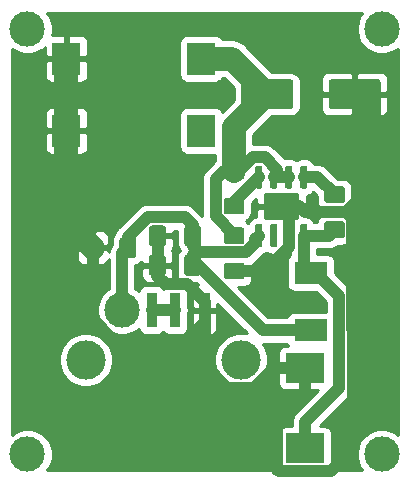
<source format=gbr>
G04 #@! TF.GenerationSoftware,KiCad,Pcbnew,5.1.5+dfsg1-2build2*
G04 #@! TF.CreationDate,2021-04-02T13:35:14+02:00*
G04 #@! TF.ProjectId,5V_Buck,35565f42-7563-46b2-9e6b-696361645f70,rev?*
G04 #@! TF.SameCoordinates,Original*
G04 #@! TF.FileFunction,Copper,L1,Top*
G04 #@! TF.FilePolarity,Positive*
%FSLAX46Y46*%
G04 Gerber Fmt 4.6, Leading zero omitted, Abs format (unit mm)*
G04 Created by KiCad (PCBNEW 5.1.5+dfsg1-2build2) date 2021-04-02 13:35:14*
%MOMM*%
%LPD*%
G04 APERTURE LIST*
%ADD10R,0.899160X2.999740*%
%ADD11C,3.327400*%
%ADD12C,2.999740*%
%ADD13C,0.100000*%
%ADD14R,3.300000X2.500000*%
%ADD15R,2.790000X1.903000*%
%ADD16R,2.397760X2.799080*%
%ADD17C,3.000000*%
%ADD18C,1.000000*%
%ADD19C,2.000000*%
%ADD20C,0.254000*%
G04 APERTURE END LIST*
D10*
X149498220Y-93288680D03*
X147501780Y-93288680D03*
X151997580Y-93288680D03*
D11*
X155065900Y-97500000D03*
X141934100Y-97500000D03*
D12*
X145002420Y-93288680D03*
G04 #@! TA.AperFunction,SMDPad,CuDef*
D13*
G36*
X159274504Y-73751204D02*
G01*
X159298773Y-73754804D01*
X159322571Y-73760765D01*
X159345671Y-73769030D01*
X159367849Y-73779520D01*
X159388893Y-73792133D01*
X159408598Y-73806747D01*
X159426777Y-73823223D01*
X159443253Y-73841402D01*
X159457867Y-73861107D01*
X159470480Y-73882151D01*
X159480970Y-73904329D01*
X159489235Y-73927429D01*
X159495196Y-73951227D01*
X159498796Y-73975496D01*
X159500000Y-74000000D01*
X159500000Y-76000000D01*
X159498796Y-76024504D01*
X159495196Y-76048773D01*
X159489235Y-76072571D01*
X159480970Y-76095671D01*
X159470480Y-76117849D01*
X159457867Y-76138893D01*
X159443253Y-76158598D01*
X159426777Y-76176777D01*
X159408598Y-76193253D01*
X159388893Y-76207867D01*
X159367849Y-76220480D01*
X159345671Y-76230970D01*
X159322571Y-76239235D01*
X159298773Y-76245196D01*
X159274504Y-76248796D01*
X159250000Y-76250000D01*
X155350000Y-76250000D01*
X155325496Y-76248796D01*
X155301227Y-76245196D01*
X155277429Y-76239235D01*
X155254329Y-76230970D01*
X155232151Y-76220480D01*
X155211107Y-76207867D01*
X155191402Y-76193253D01*
X155173223Y-76176777D01*
X155156747Y-76158598D01*
X155142133Y-76138893D01*
X155129520Y-76117849D01*
X155119030Y-76095671D01*
X155110765Y-76072571D01*
X155104804Y-76048773D01*
X155101204Y-76024504D01*
X155100000Y-76000000D01*
X155100000Y-74000000D01*
X155101204Y-73975496D01*
X155104804Y-73951227D01*
X155110765Y-73927429D01*
X155119030Y-73904329D01*
X155129520Y-73882151D01*
X155142133Y-73861107D01*
X155156747Y-73841402D01*
X155173223Y-73823223D01*
X155191402Y-73806747D01*
X155211107Y-73792133D01*
X155232151Y-73779520D01*
X155254329Y-73769030D01*
X155277429Y-73760765D01*
X155301227Y-73754804D01*
X155325496Y-73751204D01*
X155350000Y-73750000D01*
X159250000Y-73750000D01*
X159274504Y-73751204D01*
G37*
G04 #@! TD.AperFunction*
G04 #@! TA.AperFunction,SMDPad,CuDef*
G36*
X166674504Y-73751204D02*
G01*
X166698773Y-73754804D01*
X166722571Y-73760765D01*
X166745671Y-73769030D01*
X166767849Y-73779520D01*
X166788893Y-73792133D01*
X166808598Y-73806747D01*
X166826777Y-73823223D01*
X166843253Y-73841402D01*
X166857867Y-73861107D01*
X166870480Y-73882151D01*
X166880970Y-73904329D01*
X166889235Y-73927429D01*
X166895196Y-73951227D01*
X166898796Y-73975496D01*
X166900000Y-74000000D01*
X166900000Y-76000000D01*
X166898796Y-76024504D01*
X166895196Y-76048773D01*
X166889235Y-76072571D01*
X166880970Y-76095671D01*
X166870480Y-76117849D01*
X166857867Y-76138893D01*
X166843253Y-76158598D01*
X166826777Y-76176777D01*
X166808598Y-76193253D01*
X166788893Y-76207867D01*
X166767849Y-76220480D01*
X166745671Y-76230970D01*
X166722571Y-76239235D01*
X166698773Y-76245196D01*
X166674504Y-76248796D01*
X166650000Y-76250000D01*
X162750000Y-76250000D01*
X162725496Y-76248796D01*
X162701227Y-76245196D01*
X162677429Y-76239235D01*
X162654329Y-76230970D01*
X162632151Y-76220480D01*
X162611107Y-76207867D01*
X162591402Y-76193253D01*
X162573223Y-76176777D01*
X162556747Y-76158598D01*
X162542133Y-76138893D01*
X162529520Y-76117849D01*
X162519030Y-76095671D01*
X162510765Y-76072571D01*
X162504804Y-76048773D01*
X162501204Y-76024504D01*
X162500000Y-76000000D01*
X162500000Y-74000000D01*
X162501204Y-73975496D01*
X162504804Y-73951227D01*
X162510765Y-73927429D01*
X162519030Y-73904329D01*
X162529520Y-73882151D01*
X162542133Y-73861107D01*
X162556747Y-73841402D01*
X162573223Y-73823223D01*
X162591402Y-73806747D01*
X162611107Y-73792133D01*
X162632151Y-73779520D01*
X162654329Y-73769030D01*
X162677429Y-73760765D01*
X162701227Y-73754804D01*
X162725496Y-73751204D01*
X162750000Y-73750000D01*
X166650000Y-73750000D01*
X166674504Y-73751204D01*
G37*
G04 #@! TD.AperFunction*
G04 #@! TA.AperFunction,SMDPad,CuDef*
G36*
X155149504Y-86288704D02*
G01*
X155173773Y-86292304D01*
X155197571Y-86298265D01*
X155220671Y-86306530D01*
X155242849Y-86317020D01*
X155263893Y-86329633D01*
X155283598Y-86344247D01*
X155301777Y-86360723D01*
X155318253Y-86378902D01*
X155332867Y-86398607D01*
X155345480Y-86419651D01*
X155355970Y-86441829D01*
X155364235Y-86464929D01*
X155370196Y-86488727D01*
X155373796Y-86512996D01*
X155375000Y-86537500D01*
X155375000Y-87462500D01*
X155373796Y-87487004D01*
X155370196Y-87511273D01*
X155364235Y-87535071D01*
X155355970Y-87558171D01*
X155345480Y-87580349D01*
X155332867Y-87601393D01*
X155318253Y-87621098D01*
X155301777Y-87639277D01*
X155283598Y-87655753D01*
X155263893Y-87670367D01*
X155242849Y-87682980D01*
X155220671Y-87693470D01*
X155197571Y-87701735D01*
X155173773Y-87707696D01*
X155149504Y-87711296D01*
X155125000Y-87712500D01*
X153875000Y-87712500D01*
X153850496Y-87711296D01*
X153826227Y-87707696D01*
X153802429Y-87701735D01*
X153779329Y-87693470D01*
X153757151Y-87682980D01*
X153736107Y-87670367D01*
X153716402Y-87655753D01*
X153698223Y-87639277D01*
X153681747Y-87621098D01*
X153667133Y-87601393D01*
X153654520Y-87580349D01*
X153644030Y-87558171D01*
X153635765Y-87535071D01*
X153629804Y-87511273D01*
X153626204Y-87487004D01*
X153625000Y-87462500D01*
X153625000Y-86537500D01*
X153626204Y-86512996D01*
X153629804Y-86488727D01*
X153635765Y-86464929D01*
X153644030Y-86441829D01*
X153654520Y-86419651D01*
X153667133Y-86398607D01*
X153681747Y-86378902D01*
X153698223Y-86360723D01*
X153716402Y-86344247D01*
X153736107Y-86329633D01*
X153757151Y-86317020D01*
X153779329Y-86306530D01*
X153802429Y-86298265D01*
X153826227Y-86292304D01*
X153850496Y-86288704D01*
X153875000Y-86287500D01*
X155125000Y-86287500D01*
X155149504Y-86288704D01*
G37*
G04 #@! TD.AperFunction*
G04 #@! TA.AperFunction,SMDPad,CuDef*
G36*
X155149504Y-89263704D02*
G01*
X155173773Y-89267304D01*
X155197571Y-89273265D01*
X155220671Y-89281530D01*
X155242849Y-89292020D01*
X155263893Y-89304633D01*
X155283598Y-89319247D01*
X155301777Y-89335723D01*
X155318253Y-89353902D01*
X155332867Y-89373607D01*
X155345480Y-89394651D01*
X155355970Y-89416829D01*
X155364235Y-89439929D01*
X155370196Y-89463727D01*
X155373796Y-89487996D01*
X155375000Y-89512500D01*
X155375000Y-90437500D01*
X155373796Y-90462004D01*
X155370196Y-90486273D01*
X155364235Y-90510071D01*
X155355970Y-90533171D01*
X155345480Y-90555349D01*
X155332867Y-90576393D01*
X155318253Y-90596098D01*
X155301777Y-90614277D01*
X155283598Y-90630753D01*
X155263893Y-90645367D01*
X155242849Y-90657980D01*
X155220671Y-90668470D01*
X155197571Y-90676735D01*
X155173773Y-90682696D01*
X155149504Y-90686296D01*
X155125000Y-90687500D01*
X153875000Y-90687500D01*
X153850496Y-90686296D01*
X153826227Y-90682696D01*
X153802429Y-90676735D01*
X153779329Y-90668470D01*
X153757151Y-90657980D01*
X153736107Y-90645367D01*
X153716402Y-90630753D01*
X153698223Y-90614277D01*
X153681747Y-90596098D01*
X153667133Y-90576393D01*
X153654520Y-90555349D01*
X153644030Y-90533171D01*
X153635765Y-90510071D01*
X153629804Y-90486273D01*
X153626204Y-90462004D01*
X153625000Y-90437500D01*
X153625000Y-89512500D01*
X153626204Y-89487996D01*
X153629804Y-89463727D01*
X153635765Y-89439929D01*
X153644030Y-89416829D01*
X153654520Y-89394651D01*
X153667133Y-89373607D01*
X153681747Y-89353902D01*
X153698223Y-89335723D01*
X153716402Y-89319247D01*
X153736107Y-89304633D01*
X153757151Y-89292020D01*
X153779329Y-89281530D01*
X153802429Y-89273265D01*
X153826227Y-89267304D01*
X153850496Y-89263704D01*
X153875000Y-89262500D01*
X155125000Y-89262500D01*
X155149504Y-89263704D01*
G37*
G04 #@! TD.AperFunction*
G04 #@! TA.AperFunction,SMDPad,CuDef*
G36*
X163649504Y-82788704D02*
G01*
X163673773Y-82792304D01*
X163697571Y-82798265D01*
X163720671Y-82806530D01*
X163742849Y-82817020D01*
X163763893Y-82829633D01*
X163783598Y-82844247D01*
X163801777Y-82860723D01*
X163818253Y-82878902D01*
X163832867Y-82898607D01*
X163845480Y-82919651D01*
X163855970Y-82941829D01*
X163864235Y-82964929D01*
X163870196Y-82988727D01*
X163873796Y-83012996D01*
X163875000Y-83037500D01*
X163875000Y-83962500D01*
X163873796Y-83987004D01*
X163870196Y-84011273D01*
X163864235Y-84035071D01*
X163855970Y-84058171D01*
X163845480Y-84080349D01*
X163832867Y-84101393D01*
X163818253Y-84121098D01*
X163801777Y-84139277D01*
X163783598Y-84155753D01*
X163763893Y-84170367D01*
X163742849Y-84182980D01*
X163720671Y-84193470D01*
X163697571Y-84201735D01*
X163673773Y-84207696D01*
X163649504Y-84211296D01*
X163625000Y-84212500D01*
X162375000Y-84212500D01*
X162350496Y-84211296D01*
X162326227Y-84207696D01*
X162302429Y-84201735D01*
X162279329Y-84193470D01*
X162257151Y-84182980D01*
X162236107Y-84170367D01*
X162216402Y-84155753D01*
X162198223Y-84139277D01*
X162181747Y-84121098D01*
X162167133Y-84101393D01*
X162154520Y-84080349D01*
X162144030Y-84058171D01*
X162135765Y-84035071D01*
X162129804Y-84011273D01*
X162126204Y-83987004D01*
X162125000Y-83962500D01*
X162125000Y-83037500D01*
X162126204Y-83012996D01*
X162129804Y-82988727D01*
X162135765Y-82964929D01*
X162144030Y-82941829D01*
X162154520Y-82919651D01*
X162167133Y-82898607D01*
X162181747Y-82878902D01*
X162198223Y-82860723D01*
X162216402Y-82844247D01*
X162236107Y-82829633D01*
X162257151Y-82817020D01*
X162279329Y-82806530D01*
X162302429Y-82798265D01*
X162326227Y-82792304D01*
X162350496Y-82788704D01*
X162375000Y-82787500D01*
X163625000Y-82787500D01*
X163649504Y-82788704D01*
G37*
G04 #@! TD.AperFunction*
G04 #@! TA.AperFunction,SMDPad,CuDef*
G36*
X163649504Y-85763704D02*
G01*
X163673773Y-85767304D01*
X163697571Y-85773265D01*
X163720671Y-85781530D01*
X163742849Y-85792020D01*
X163763893Y-85804633D01*
X163783598Y-85819247D01*
X163801777Y-85835723D01*
X163818253Y-85853902D01*
X163832867Y-85873607D01*
X163845480Y-85894651D01*
X163855970Y-85916829D01*
X163864235Y-85939929D01*
X163870196Y-85963727D01*
X163873796Y-85987996D01*
X163875000Y-86012500D01*
X163875000Y-86937500D01*
X163873796Y-86962004D01*
X163870196Y-86986273D01*
X163864235Y-87010071D01*
X163855970Y-87033171D01*
X163845480Y-87055349D01*
X163832867Y-87076393D01*
X163818253Y-87096098D01*
X163801777Y-87114277D01*
X163783598Y-87130753D01*
X163763893Y-87145367D01*
X163742849Y-87157980D01*
X163720671Y-87168470D01*
X163697571Y-87176735D01*
X163673773Y-87182696D01*
X163649504Y-87186296D01*
X163625000Y-87187500D01*
X162375000Y-87187500D01*
X162350496Y-87186296D01*
X162326227Y-87182696D01*
X162302429Y-87176735D01*
X162279329Y-87168470D01*
X162257151Y-87157980D01*
X162236107Y-87145367D01*
X162216402Y-87130753D01*
X162198223Y-87114277D01*
X162181747Y-87096098D01*
X162167133Y-87076393D01*
X162154520Y-87055349D01*
X162144030Y-87033171D01*
X162135765Y-87010071D01*
X162129804Y-86986273D01*
X162126204Y-86962004D01*
X162125000Y-86937500D01*
X162125000Y-86012500D01*
X162126204Y-85987996D01*
X162129804Y-85963727D01*
X162135765Y-85939929D01*
X162144030Y-85916829D01*
X162154520Y-85894651D01*
X162167133Y-85873607D01*
X162181747Y-85853902D01*
X162198223Y-85835723D01*
X162216402Y-85819247D01*
X162236107Y-85804633D01*
X162257151Y-85792020D01*
X162279329Y-85781530D01*
X162302429Y-85773265D01*
X162326227Y-85767304D01*
X162350496Y-85763704D01*
X162375000Y-85762500D01*
X163625000Y-85762500D01*
X163649504Y-85763704D01*
G37*
G04 #@! TD.AperFunction*
G04 #@! TA.AperFunction,SMDPad,CuDef*
G36*
X148512004Y-86126204D02*
G01*
X148536273Y-86129804D01*
X148560071Y-86135765D01*
X148583171Y-86144030D01*
X148605349Y-86154520D01*
X148626393Y-86167133D01*
X148646098Y-86181747D01*
X148664277Y-86198223D01*
X148680753Y-86216402D01*
X148695367Y-86236107D01*
X148707980Y-86257151D01*
X148718470Y-86279329D01*
X148726735Y-86302429D01*
X148732696Y-86326227D01*
X148736296Y-86350496D01*
X148737500Y-86375000D01*
X148737500Y-87625000D01*
X148736296Y-87649504D01*
X148732696Y-87673773D01*
X148726735Y-87697571D01*
X148718470Y-87720671D01*
X148707980Y-87742849D01*
X148695367Y-87763893D01*
X148680753Y-87783598D01*
X148664277Y-87801777D01*
X148646098Y-87818253D01*
X148626393Y-87832867D01*
X148605349Y-87845480D01*
X148583171Y-87855970D01*
X148560071Y-87864235D01*
X148536273Y-87870196D01*
X148512004Y-87873796D01*
X148487500Y-87875000D01*
X147562500Y-87875000D01*
X147537996Y-87873796D01*
X147513727Y-87870196D01*
X147489929Y-87864235D01*
X147466829Y-87855970D01*
X147444651Y-87845480D01*
X147423607Y-87832867D01*
X147403902Y-87818253D01*
X147385723Y-87801777D01*
X147369247Y-87783598D01*
X147354633Y-87763893D01*
X147342020Y-87742849D01*
X147331530Y-87720671D01*
X147323265Y-87697571D01*
X147317304Y-87673773D01*
X147313704Y-87649504D01*
X147312500Y-87625000D01*
X147312500Y-86375000D01*
X147313704Y-86350496D01*
X147317304Y-86326227D01*
X147323265Y-86302429D01*
X147331530Y-86279329D01*
X147342020Y-86257151D01*
X147354633Y-86236107D01*
X147369247Y-86216402D01*
X147385723Y-86198223D01*
X147403902Y-86181747D01*
X147423607Y-86167133D01*
X147444651Y-86154520D01*
X147466829Y-86144030D01*
X147489929Y-86135765D01*
X147513727Y-86129804D01*
X147537996Y-86126204D01*
X147562500Y-86125000D01*
X148487500Y-86125000D01*
X148512004Y-86126204D01*
G37*
G04 #@! TD.AperFunction*
G04 #@! TA.AperFunction,SMDPad,CuDef*
G36*
X151487004Y-86126204D02*
G01*
X151511273Y-86129804D01*
X151535071Y-86135765D01*
X151558171Y-86144030D01*
X151580349Y-86154520D01*
X151601393Y-86167133D01*
X151621098Y-86181747D01*
X151639277Y-86198223D01*
X151655753Y-86216402D01*
X151670367Y-86236107D01*
X151682980Y-86257151D01*
X151693470Y-86279329D01*
X151701735Y-86302429D01*
X151707696Y-86326227D01*
X151711296Y-86350496D01*
X151712500Y-86375000D01*
X151712500Y-87625000D01*
X151711296Y-87649504D01*
X151707696Y-87673773D01*
X151701735Y-87697571D01*
X151693470Y-87720671D01*
X151682980Y-87742849D01*
X151670367Y-87763893D01*
X151655753Y-87783598D01*
X151639277Y-87801777D01*
X151621098Y-87818253D01*
X151601393Y-87832867D01*
X151580349Y-87845480D01*
X151558171Y-87855970D01*
X151535071Y-87864235D01*
X151511273Y-87870196D01*
X151487004Y-87873796D01*
X151462500Y-87875000D01*
X150537500Y-87875000D01*
X150512996Y-87873796D01*
X150488727Y-87870196D01*
X150464929Y-87864235D01*
X150441829Y-87855970D01*
X150419651Y-87845480D01*
X150398607Y-87832867D01*
X150378902Y-87818253D01*
X150360723Y-87801777D01*
X150344247Y-87783598D01*
X150329633Y-87763893D01*
X150317020Y-87742849D01*
X150306530Y-87720671D01*
X150298265Y-87697571D01*
X150292304Y-87673773D01*
X150288704Y-87649504D01*
X150287500Y-87625000D01*
X150287500Y-86375000D01*
X150288704Y-86350496D01*
X150292304Y-86326227D01*
X150298265Y-86302429D01*
X150306530Y-86279329D01*
X150317020Y-86257151D01*
X150329633Y-86236107D01*
X150344247Y-86216402D01*
X150360723Y-86198223D01*
X150378902Y-86181747D01*
X150398607Y-86167133D01*
X150419651Y-86154520D01*
X150441829Y-86144030D01*
X150464929Y-86135765D01*
X150488727Y-86129804D01*
X150512996Y-86126204D01*
X150537500Y-86125000D01*
X151462500Y-86125000D01*
X151487004Y-86126204D01*
G37*
G04 #@! TD.AperFunction*
G04 #@! TA.AperFunction,SMDPad,CuDef*
G36*
X151462004Y-88626204D02*
G01*
X151486273Y-88629804D01*
X151510071Y-88635765D01*
X151533171Y-88644030D01*
X151555349Y-88654520D01*
X151576393Y-88667133D01*
X151596098Y-88681747D01*
X151614277Y-88698223D01*
X151630753Y-88716402D01*
X151645367Y-88736107D01*
X151657980Y-88757151D01*
X151668470Y-88779329D01*
X151676735Y-88802429D01*
X151682696Y-88826227D01*
X151686296Y-88850496D01*
X151687500Y-88875000D01*
X151687500Y-90125000D01*
X151686296Y-90149504D01*
X151682696Y-90173773D01*
X151676735Y-90197571D01*
X151668470Y-90220671D01*
X151657980Y-90242849D01*
X151645367Y-90263893D01*
X151630753Y-90283598D01*
X151614277Y-90301777D01*
X151596098Y-90318253D01*
X151576393Y-90332867D01*
X151555349Y-90345480D01*
X151533171Y-90355970D01*
X151510071Y-90364235D01*
X151486273Y-90370196D01*
X151462004Y-90373796D01*
X151437500Y-90375000D01*
X150512500Y-90375000D01*
X150487996Y-90373796D01*
X150463727Y-90370196D01*
X150439929Y-90364235D01*
X150416829Y-90355970D01*
X150394651Y-90345480D01*
X150373607Y-90332867D01*
X150353902Y-90318253D01*
X150335723Y-90301777D01*
X150319247Y-90283598D01*
X150304633Y-90263893D01*
X150292020Y-90242849D01*
X150281530Y-90220671D01*
X150273265Y-90197571D01*
X150267304Y-90173773D01*
X150263704Y-90149504D01*
X150262500Y-90125000D01*
X150262500Y-88875000D01*
X150263704Y-88850496D01*
X150267304Y-88826227D01*
X150273265Y-88802429D01*
X150281530Y-88779329D01*
X150292020Y-88757151D01*
X150304633Y-88736107D01*
X150319247Y-88716402D01*
X150335723Y-88698223D01*
X150353902Y-88681747D01*
X150373607Y-88667133D01*
X150394651Y-88654520D01*
X150416829Y-88644030D01*
X150439929Y-88635765D01*
X150463727Y-88629804D01*
X150487996Y-88626204D01*
X150512500Y-88625000D01*
X151437500Y-88625000D01*
X151462004Y-88626204D01*
G37*
G04 #@! TD.AperFunction*
G04 #@! TA.AperFunction,SMDPad,CuDef*
G36*
X148487004Y-88626204D02*
G01*
X148511273Y-88629804D01*
X148535071Y-88635765D01*
X148558171Y-88644030D01*
X148580349Y-88654520D01*
X148601393Y-88667133D01*
X148621098Y-88681747D01*
X148639277Y-88698223D01*
X148655753Y-88716402D01*
X148670367Y-88736107D01*
X148682980Y-88757151D01*
X148693470Y-88779329D01*
X148701735Y-88802429D01*
X148707696Y-88826227D01*
X148711296Y-88850496D01*
X148712500Y-88875000D01*
X148712500Y-90125000D01*
X148711296Y-90149504D01*
X148707696Y-90173773D01*
X148701735Y-90197571D01*
X148693470Y-90220671D01*
X148682980Y-90242849D01*
X148670367Y-90263893D01*
X148655753Y-90283598D01*
X148639277Y-90301777D01*
X148621098Y-90318253D01*
X148601393Y-90332867D01*
X148580349Y-90345480D01*
X148558171Y-90355970D01*
X148535071Y-90364235D01*
X148511273Y-90370196D01*
X148487004Y-90373796D01*
X148462500Y-90375000D01*
X147537500Y-90375000D01*
X147512996Y-90373796D01*
X147488727Y-90370196D01*
X147464929Y-90364235D01*
X147441829Y-90355970D01*
X147419651Y-90345480D01*
X147398607Y-90332867D01*
X147378902Y-90318253D01*
X147360723Y-90301777D01*
X147344247Y-90283598D01*
X147329633Y-90263893D01*
X147317020Y-90242849D01*
X147306530Y-90220671D01*
X147298265Y-90197571D01*
X147292304Y-90173773D01*
X147288704Y-90149504D01*
X147287500Y-90125000D01*
X147287500Y-88875000D01*
X147288704Y-88850496D01*
X147292304Y-88826227D01*
X147298265Y-88802429D01*
X147306530Y-88779329D01*
X147317020Y-88757151D01*
X147329633Y-88736107D01*
X147344247Y-88716402D01*
X147360723Y-88698223D01*
X147378902Y-88681747D01*
X147398607Y-88667133D01*
X147419651Y-88654520D01*
X147441829Y-88644030D01*
X147464929Y-88635765D01*
X147488727Y-88629804D01*
X147512996Y-88626204D01*
X147537500Y-88625000D01*
X148462500Y-88625000D01*
X148487004Y-88626204D01*
G37*
G04 #@! TD.AperFunction*
G04 #@! TA.AperFunction,SMDPad,CuDef*
G36*
X145987004Y-87126204D02*
G01*
X146011273Y-87129804D01*
X146035071Y-87135765D01*
X146058171Y-87144030D01*
X146080349Y-87154520D01*
X146101393Y-87167133D01*
X146121098Y-87181747D01*
X146139277Y-87198223D01*
X146155753Y-87216402D01*
X146170367Y-87236107D01*
X146182980Y-87257151D01*
X146193470Y-87279329D01*
X146201735Y-87302429D01*
X146207696Y-87326227D01*
X146211296Y-87350496D01*
X146212500Y-87375000D01*
X146212500Y-88625000D01*
X146211296Y-88649504D01*
X146207696Y-88673773D01*
X146201735Y-88697571D01*
X146193470Y-88720671D01*
X146182980Y-88742849D01*
X146170367Y-88763893D01*
X146155753Y-88783598D01*
X146139277Y-88801777D01*
X146121098Y-88818253D01*
X146101393Y-88832867D01*
X146080349Y-88845480D01*
X146058171Y-88855970D01*
X146035071Y-88864235D01*
X146011273Y-88870196D01*
X145987004Y-88873796D01*
X145962500Y-88875000D01*
X145037500Y-88875000D01*
X145012996Y-88873796D01*
X144988727Y-88870196D01*
X144964929Y-88864235D01*
X144941829Y-88855970D01*
X144919651Y-88845480D01*
X144898607Y-88832867D01*
X144878902Y-88818253D01*
X144860723Y-88801777D01*
X144844247Y-88783598D01*
X144829633Y-88763893D01*
X144817020Y-88742849D01*
X144806530Y-88720671D01*
X144798265Y-88697571D01*
X144792304Y-88673773D01*
X144788704Y-88649504D01*
X144787500Y-88625000D01*
X144787500Y-87375000D01*
X144788704Y-87350496D01*
X144792304Y-87326227D01*
X144798265Y-87302429D01*
X144806530Y-87279329D01*
X144817020Y-87257151D01*
X144829633Y-87236107D01*
X144844247Y-87216402D01*
X144860723Y-87198223D01*
X144878902Y-87181747D01*
X144898607Y-87167133D01*
X144919651Y-87154520D01*
X144941829Y-87144030D01*
X144964929Y-87135765D01*
X144988727Y-87129804D01*
X145012996Y-87126204D01*
X145037500Y-87125000D01*
X145962500Y-87125000D01*
X145987004Y-87126204D01*
G37*
G04 #@! TD.AperFunction*
G04 #@! TA.AperFunction,SMDPad,CuDef*
G36*
X143012004Y-87126204D02*
G01*
X143036273Y-87129804D01*
X143060071Y-87135765D01*
X143083171Y-87144030D01*
X143105349Y-87154520D01*
X143126393Y-87167133D01*
X143146098Y-87181747D01*
X143164277Y-87198223D01*
X143180753Y-87216402D01*
X143195367Y-87236107D01*
X143207980Y-87257151D01*
X143218470Y-87279329D01*
X143226735Y-87302429D01*
X143232696Y-87326227D01*
X143236296Y-87350496D01*
X143237500Y-87375000D01*
X143237500Y-88625000D01*
X143236296Y-88649504D01*
X143232696Y-88673773D01*
X143226735Y-88697571D01*
X143218470Y-88720671D01*
X143207980Y-88742849D01*
X143195367Y-88763893D01*
X143180753Y-88783598D01*
X143164277Y-88801777D01*
X143146098Y-88818253D01*
X143126393Y-88832867D01*
X143105349Y-88845480D01*
X143083171Y-88855970D01*
X143060071Y-88864235D01*
X143036273Y-88870196D01*
X143012004Y-88873796D01*
X142987500Y-88875000D01*
X142062500Y-88875000D01*
X142037996Y-88873796D01*
X142013727Y-88870196D01*
X141989929Y-88864235D01*
X141966829Y-88855970D01*
X141944651Y-88845480D01*
X141923607Y-88832867D01*
X141903902Y-88818253D01*
X141885723Y-88801777D01*
X141869247Y-88783598D01*
X141854633Y-88763893D01*
X141842020Y-88742849D01*
X141831530Y-88720671D01*
X141823265Y-88697571D01*
X141817304Y-88673773D01*
X141813704Y-88649504D01*
X141812500Y-88625000D01*
X141812500Y-87375000D01*
X141813704Y-87350496D01*
X141817304Y-87326227D01*
X141823265Y-87302429D01*
X141831530Y-87279329D01*
X141842020Y-87257151D01*
X141854633Y-87236107D01*
X141869247Y-87216402D01*
X141885723Y-87198223D01*
X141903902Y-87181747D01*
X141923607Y-87167133D01*
X141944651Y-87154520D01*
X141966829Y-87144030D01*
X141989929Y-87135765D01*
X142013727Y-87129804D01*
X142037996Y-87126204D01*
X142062500Y-87125000D01*
X142987500Y-87125000D01*
X143012004Y-87126204D01*
G37*
G04 #@! TD.AperFunction*
D14*
X160500000Y-105000000D03*
X160500000Y-98200000D03*
D15*
X161000000Y-90147000D03*
X161000000Y-95000000D03*
G04 #@! TA.AperFunction,SMDPad,CuDef*
D13*
G36*
X155149504Y-83763704D02*
G01*
X155173773Y-83767304D01*
X155197571Y-83773265D01*
X155220671Y-83781530D01*
X155242849Y-83792020D01*
X155263893Y-83804633D01*
X155283598Y-83819247D01*
X155301777Y-83835723D01*
X155318253Y-83853902D01*
X155332867Y-83873607D01*
X155345480Y-83894651D01*
X155355970Y-83916829D01*
X155364235Y-83939929D01*
X155370196Y-83963727D01*
X155373796Y-83987996D01*
X155375000Y-84012500D01*
X155375000Y-84937500D01*
X155373796Y-84962004D01*
X155370196Y-84986273D01*
X155364235Y-85010071D01*
X155355970Y-85033171D01*
X155345480Y-85055349D01*
X155332867Y-85076393D01*
X155318253Y-85096098D01*
X155301777Y-85114277D01*
X155283598Y-85130753D01*
X155263893Y-85145367D01*
X155242849Y-85157980D01*
X155220671Y-85168470D01*
X155197571Y-85176735D01*
X155173773Y-85182696D01*
X155149504Y-85186296D01*
X155125000Y-85187500D01*
X153875000Y-85187500D01*
X153850496Y-85186296D01*
X153826227Y-85182696D01*
X153802429Y-85176735D01*
X153779329Y-85168470D01*
X153757151Y-85157980D01*
X153736107Y-85145367D01*
X153716402Y-85130753D01*
X153698223Y-85114277D01*
X153681747Y-85096098D01*
X153667133Y-85076393D01*
X153654520Y-85055349D01*
X153644030Y-85033171D01*
X153635765Y-85010071D01*
X153629804Y-84986273D01*
X153626204Y-84962004D01*
X153625000Y-84937500D01*
X153625000Y-84012500D01*
X153626204Y-83987996D01*
X153629804Y-83963727D01*
X153635765Y-83939929D01*
X153644030Y-83916829D01*
X153654520Y-83894651D01*
X153667133Y-83873607D01*
X153681747Y-83853902D01*
X153698223Y-83835723D01*
X153716402Y-83819247D01*
X153736107Y-83804633D01*
X153757151Y-83792020D01*
X153779329Y-83781530D01*
X153802429Y-83773265D01*
X153826227Y-83767304D01*
X153850496Y-83763704D01*
X153875000Y-83762500D01*
X155125000Y-83762500D01*
X155149504Y-83763704D01*
G37*
G04 #@! TD.AperFunction*
G04 #@! TA.AperFunction,SMDPad,CuDef*
G36*
X155149504Y-80788704D02*
G01*
X155173773Y-80792304D01*
X155197571Y-80798265D01*
X155220671Y-80806530D01*
X155242849Y-80817020D01*
X155263893Y-80829633D01*
X155283598Y-80844247D01*
X155301777Y-80860723D01*
X155318253Y-80878902D01*
X155332867Y-80898607D01*
X155345480Y-80919651D01*
X155355970Y-80941829D01*
X155364235Y-80964929D01*
X155370196Y-80988727D01*
X155373796Y-81012996D01*
X155375000Y-81037500D01*
X155375000Y-81962500D01*
X155373796Y-81987004D01*
X155370196Y-82011273D01*
X155364235Y-82035071D01*
X155355970Y-82058171D01*
X155345480Y-82080349D01*
X155332867Y-82101393D01*
X155318253Y-82121098D01*
X155301777Y-82139277D01*
X155283598Y-82155753D01*
X155263893Y-82170367D01*
X155242849Y-82182980D01*
X155220671Y-82193470D01*
X155197571Y-82201735D01*
X155173773Y-82207696D01*
X155149504Y-82211296D01*
X155125000Y-82212500D01*
X153875000Y-82212500D01*
X153850496Y-82211296D01*
X153826227Y-82207696D01*
X153802429Y-82201735D01*
X153779329Y-82193470D01*
X153757151Y-82182980D01*
X153736107Y-82170367D01*
X153716402Y-82155753D01*
X153698223Y-82139277D01*
X153681747Y-82121098D01*
X153667133Y-82101393D01*
X153654520Y-82080349D01*
X153644030Y-82058171D01*
X153635765Y-82035071D01*
X153629804Y-82011273D01*
X153626204Y-81987004D01*
X153625000Y-81962500D01*
X153625000Y-81037500D01*
X153626204Y-81012996D01*
X153629804Y-80988727D01*
X153635765Y-80964929D01*
X153644030Y-80941829D01*
X153654520Y-80919651D01*
X153667133Y-80898607D01*
X153681747Y-80878902D01*
X153698223Y-80860723D01*
X153716402Y-80844247D01*
X153736107Y-80829633D01*
X153757151Y-80817020D01*
X153779329Y-80806530D01*
X153802429Y-80798265D01*
X153826227Y-80792304D01*
X153850496Y-80788704D01*
X153875000Y-80787500D01*
X155125000Y-80787500D01*
X155149504Y-80788704D01*
G37*
G04 #@! TD.AperFunction*
G04 #@! TA.AperFunction,SMDPad,CuDef*
G36*
X159774505Y-83356204D02*
G01*
X159798773Y-83359804D01*
X159822572Y-83365765D01*
X159845671Y-83374030D01*
X159867850Y-83384520D01*
X159888893Y-83397132D01*
X159908599Y-83411747D01*
X159926777Y-83428223D01*
X159943253Y-83446401D01*
X159957868Y-83466107D01*
X159970480Y-83487150D01*
X159980970Y-83509329D01*
X159989235Y-83532428D01*
X159995196Y-83556227D01*
X159998796Y-83580495D01*
X160000000Y-83604999D01*
X160000000Y-85395001D01*
X159998796Y-85419505D01*
X159995196Y-85443773D01*
X159989235Y-85467572D01*
X159980970Y-85490671D01*
X159970480Y-85512850D01*
X159957868Y-85533893D01*
X159943253Y-85553599D01*
X159926777Y-85571777D01*
X159908599Y-85588253D01*
X159888893Y-85602868D01*
X159867850Y-85615480D01*
X159845671Y-85625970D01*
X159822572Y-85634235D01*
X159798773Y-85640196D01*
X159774505Y-85643796D01*
X159750001Y-85645000D01*
X157249999Y-85645000D01*
X157225495Y-85643796D01*
X157201227Y-85640196D01*
X157177428Y-85634235D01*
X157154329Y-85625970D01*
X157132150Y-85615480D01*
X157111107Y-85602868D01*
X157091401Y-85588253D01*
X157073223Y-85571777D01*
X157056747Y-85553599D01*
X157042132Y-85533893D01*
X157029520Y-85512850D01*
X157019030Y-85490671D01*
X157010765Y-85467572D01*
X157004804Y-85443773D01*
X157001204Y-85419505D01*
X157000000Y-85395001D01*
X157000000Y-83604999D01*
X157001204Y-83580495D01*
X157004804Y-83556227D01*
X157010765Y-83532428D01*
X157019030Y-83509329D01*
X157029520Y-83487150D01*
X157042132Y-83466107D01*
X157056747Y-83446401D01*
X157073223Y-83428223D01*
X157091401Y-83411747D01*
X157111107Y-83397132D01*
X157132150Y-83384520D01*
X157154329Y-83374030D01*
X157177428Y-83365765D01*
X157201227Y-83359804D01*
X157225495Y-83356204D01*
X157249999Y-83355000D01*
X159750001Y-83355000D01*
X159774505Y-83356204D01*
G37*
G04 #@! TD.AperFunction*
G04 #@! TA.AperFunction,SMDPad,CuDef*
G36*
X160569703Y-81050722D02*
G01*
X160584264Y-81052882D01*
X160598543Y-81056459D01*
X160612403Y-81061418D01*
X160625710Y-81067712D01*
X160638336Y-81075280D01*
X160650159Y-81084048D01*
X160661066Y-81093934D01*
X160670952Y-81104841D01*
X160679720Y-81116664D01*
X160687288Y-81129290D01*
X160693582Y-81142597D01*
X160698541Y-81156457D01*
X160702118Y-81170736D01*
X160704278Y-81185297D01*
X160705000Y-81200000D01*
X160705000Y-82850000D01*
X160704278Y-82864703D01*
X160702118Y-82879264D01*
X160698541Y-82893543D01*
X160693582Y-82907403D01*
X160687288Y-82920710D01*
X160679720Y-82933336D01*
X160670952Y-82945159D01*
X160661066Y-82956066D01*
X160650159Y-82965952D01*
X160638336Y-82974720D01*
X160625710Y-82982288D01*
X160612403Y-82988582D01*
X160598543Y-82993541D01*
X160584264Y-82997118D01*
X160569703Y-82999278D01*
X160555000Y-83000000D01*
X160255000Y-83000000D01*
X160240297Y-82999278D01*
X160225736Y-82997118D01*
X160211457Y-82993541D01*
X160197597Y-82988582D01*
X160184290Y-82982288D01*
X160171664Y-82974720D01*
X160159841Y-82965952D01*
X160148934Y-82956066D01*
X160139048Y-82945159D01*
X160130280Y-82933336D01*
X160122712Y-82920710D01*
X160116418Y-82907403D01*
X160111459Y-82893543D01*
X160107882Y-82879264D01*
X160105722Y-82864703D01*
X160105000Y-82850000D01*
X160105000Y-81200000D01*
X160105722Y-81185297D01*
X160107882Y-81170736D01*
X160111459Y-81156457D01*
X160116418Y-81142597D01*
X160122712Y-81129290D01*
X160130280Y-81116664D01*
X160139048Y-81104841D01*
X160148934Y-81093934D01*
X160159841Y-81084048D01*
X160171664Y-81075280D01*
X160184290Y-81067712D01*
X160197597Y-81061418D01*
X160211457Y-81056459D01*
X160225736Y-81052882D01*
X160240297Y-81050722D01*
X160255000Y-81050000D01*
X160555000Y-81050000D01*
X160569703Y-81050722D01*
G37*
G04 #@! TD.AperFunction*
G04 #@! TA.AperFunction,SMDPad,CuDef*
G36*
X159299703Y-81050722D02*
G01*
X159314264Y-81052882D01*
X159328543Y-81056459D01*
X159342403Y-81061418D01*
X159355710Y-81067712D01*
X159368336Y-81075280D01*
X159380159Y-81084048D01*
X159391066Y-81093934D01*
X159400952Y-81104841D01*
X159409720Y-81116664D01*
X159417288Y-81129290D01*
X159423582Y-81142597D01*
X159428541Y-81156457D01*
X159432118Y-81170736D01*
X159434278Y-81185297D01*
X159435000Y-81200000D01*
X159435000Y-82850000D01*
X159434278Y-82864703D01*
X159432118Y-82879264D01*
X159428541Y-82893543D01*
X159423582Y-82907403D01*
X159417288Y-82920710D01*
X159409720Y-82933336D01*
X159400952Y-82945159D01*
X159391066Y-82956066D01*
X159380159Y-82965952D01*
X159368336Y-82974720D01*
X159355710Y-82982288D01*
X159342403Y-82988582D01*
X159328543Y-82993541D01*
X159314264Y-82997118D01*
X159299703Y-82999278D01*
X159285000Y-83000000D01*
X158985000Y-83000000D01*
X158970297Y-82999278D01*
X158955736Y-82997118D01*
X158941457Y-82993541D01*
X158927597Y-82988582D01*
X158914290Y-82982288D01*
X158901664Y-82974720D01*
X158889841Y-82965952D01*
X158878934Y-82956066D01*
X158869048Y-82945159D01*
X158860280Y-82933336D01*
X158852712Y-82920710D01*
X158846418Y-82907403D01*
X158841459Y-82893543D01*
X158837882Y-82879264D01*
X158835722Y-82864703D01*
X158835000Y-82850000D01*
X158835000Y-81200000D01*
X158835722Y-81185297D01*
X158837882Y-81170736D01*
X158841459Y-81156457D01*
X158846418Y-81142597D01*
X158852712Y-81129290D01*
X158860280Y-81116664D01*
X158869048Y-81104841D01*
X158878934Y-81093934D01*
X158889841Y-81084048D01*
X158901664Y-81075280D01*
X158914290Y-81067712D01*
X158927597Y-81061418D01*
X158941457Y-81056459D01*
X158955736Y-81052882D01*
X158970297Y-81050722D01*
X158985000Y-81050000D01*
X159285000Y-81050000D01*
X159299703Y-81050722D01*
G37*
G04 #@! TD.AperFunction*
G04 #@! TA.AperFunction,SMDPad,CuDef*
G36*
X158029703Y-81050722D02*
G01*
X158044264Y-81052882D01*
X158058543Y-81056459D01*
X158072403Y-81061418D01*
X158085710Y-81067712D01*
X158098336Y-81075280D01*
X158110159Y-81084048D01*
X158121066Y-81093934D01*
X158130952Y-81104841D01*
X158139720Y-81116664D01*
X158147288Y-81129290D01*
X158153582Y-81142597D01*
X158158541Y-81156457D01*
X158162118Y-81170736D01*
X158164278Y-81185297D01*
X158165000Y-81200000D01*
X158165000Y-82850000D01*
X158164278Y-82864703D01*
X158162118Y-82879264D01*
X158158541Y-82893543D01*
X158153582Y-82907403D01*
X158147288Y-82920710D01*
X158139720Y-82933336D01*
X158130952Y-82945159D01*
X158121066Y-82956066D01*
X158110159Y-82965952D01*
X158098336Y-82974720D01*
X158085710Y-82982288D01*
X158072403Y-82988582D01*
X158058543Y-82993541D01*
X158044264Y-82997118D01*
X158029703Y-82999278D01*
X158015000Y-83000000D01*
X157715000Y-83000000D01*
X157700297Y-82999278D01*
X157685736Y-82997118D01*
X157671457Y-82993541D01*
X157657597Y-82988582D01*
X157644290Y-82982288D01*
X157631664Y-82974720D01*
X157619841Y-82965952D01*
X157608934Y-82956066D01*
X157599048Y-82945159D01*
X157590280Y-82933336D01*
X157582712Y-82920710D01*
X157576418Y-82907403D01*
X157571459Y-82893543D01*
X157567882Y-82879264D01*
X157565722Y-82864703D01*
X157565000Y-82850000D01*
X157565000Y-81200000D01*
X157565722Y-81185297D01*
X157567882Y-81170736D01*
X157571459Y-81156457D01*
X157576418Y-81142597D01*
X157582712Y-81129290D01*
X157590280Y-81116664D01*
X157599048Y-81104841D01*
X157608934Y-81093934D01*
X157619841Y-81084048D01*
X157631664Y-81075280D01*
X157644290Y-81067712D01*
X157657597Y-81061418D01*
X157671457Y-81056459D01*
X157685736Y-81052882D01*
X157700297Y-81050722D01*
X157715000Y-81050000D01*
X158015000Y-81050000D01*
X158029703Y-81050722D01*
G37*
G04 #@! TD.AperFunction*
G04 #@! TA.AperFunction,SMDPad,CuDef*
G36*
X156759703Y-81050722D02*
G01*
X156774264Y-81052882D01*
X156788543Y-81056459D01*
X156802403Y-81061418D01*
X156815710Y-81067712D01*
X156828336Y-81075280D01*
X156840159Y-81084048D01*
X156851066Y-81093934D01*
X156860952Y-81104841D01*
X156869720Y-81116664D01*
X156877288Y-81129290D01*
X156883582Y-81142597D01*
X156888541Y-81156457D01*
X156892118Y-81170736D01*
X156894278Y-81185297D01*
X156895000Y-81200000D01*
X156895000Y-82850000D01*
X156894278Y-82864703D01*
X156892118Y-82879264D01*
X156888541Y-82893543D01*
X156883582Y-82907403D01*
X156877288Y-82920710D01*
X156869720Y-82933336D01*
X156860952Y-82945159D01*
X156851066Y-82956066D01*
X156840159Y-82965952D01*
X156828336Y-82974720D01*
X156815710Y-82982288D01*
X156802403Y-82988582D01*
X156788543Y-82993541D01*
X156774264Y-82997118D01*
X156759703Y-82999278D01*
X156745000Y-83000000D01*
X156445000Y-83000000D01*
X156430297Y-82999278D01*
X156415736Y-82997118D01*
X156401457Y-82993541D01*
X156387597Y-82988582D01*
X156374290Y-82982288D01*
X156361664Y-82974720D01*
X156349841Y-82965952D01*
X156338934Y-82956066D01*
X156329048Y-82945159D01*
X156320280Y-82933336D01*
X156312712Y-82920710D01*
X156306418Y-82907403D01*
X156301459Y-82893543D01*
X156297882Y-82879264D01*
X156295722Y-82864703D01*
X156295000Y-82850000D01*
X156295000Y-81200000D01*
X156295722Y-81185297D01*
X156297882Y-81170736D01*
X156301459Y-81156457D01*
X156306418Y-81142597D01*
X156312712Y-81129290D01*
X156320280Y-81116664D01*
X156329048Y-81104841D01*
X156338934Y-81093934D01*
X156349841Y-81084048D01*
X156361664Y-81075280D01*
X156374290Y-81067712D01*
X156387597Y-81061418D01*
X156401457Y-81056459D01*
X156415736Y-81052882D01*
X156430297Y-81050722D01*
X156445000Y-81050000D01*
X156745000Y-81050000D01*
X156759703Y-81050722D01*
G37*
G04 #@! TD.AperFunction*
G04 #@! TA.AperFunction,SMDPad,CuDef*
G36*
X156759703Y-86000722D02*
G01*
X156774264Y-86002882D01*
X156788543Y-86006459D01*
X156802403Y-86011418D01*
X156815710Y-86017712D01*
X156828336Y-86025280D01*
X156840159Y-86034048D01*
X156851066Y-86043934D01*
X156860952Y-86054841D01*
X156869720Y-86066664D01*
X156877288Y-86079290D01*
X156883582Y-86092597D01*
X156888541Y-86106457D01*
X156892118Y-86120736D01*
X156894278Y-86135297D01*
X156895000Y-86150000D01*
X156895000Y-87800000D01*
X156894278Y-87814703D01*
X156892118Y-87829264D01*
X156888541Y-87843543D01*
X156883582Y-87857403D01*
X156877288Y-87870710D01*
X156869720Y-87883336D01*
X156860952Y-87895159D01*
X156851066Y-87906066D01*
X156840159Y-87915952D01*
X156828336Y-87924720D01*
X156815710Y-87932288D01*
X156802403Y-87938582D01*
X156788543Y-87943541D01*
X156774264Y-87947118D01*
X156759703Y-87949278D01*
X156745000Y-87950000D01*
X156445000Y-87950000D01*
X156430297Y-87949278D01*
X156415736Y-87947118D01*
X156401457Y-87943541D01*
X156387597Y-87938582D01*
X156374290Y-87932288D01*
X156361664Y-87924720D01*
X156349841Y-87915952D01*
X156338934Y-87906066D01*
X156329048Y-87895159D01*
X156320280Y-87883336D01*
X156312712Y-87870710D01*
X156306418Y-87857403D01*
X156301459Y-87843543D01*
X156297882Y-87829264D01*
X156295722Y-87814703D01*
X156295000Y-87800000D01*
X156295000Y-86150000D01*
X156295722Y-86135297D01*
X156297882Y-86120736D01*
X156301459Y-86106457D01*
X156306418Y-86092597D01*
X156312712Y-86079290D01*
X156320280Y-86066664D01*
X156329048Y-86054841D01*
X156338934Y-86043934D01*
X156349841Y-86034048D01*
X156361664Y-86025280D01*
X156374290Y-86017712D01*
X156387597Y-86011418D01*
X156401457Y-86006459D01*
X156415736Y-86002882D01*
X156430297Y-86000722D01*
X156445000Y-86000000D01*
X156745000Y-86000000D01*
X156759703Y-86000722D01*
G37*
G04 #@! TD.AperFunction*
G04 #@! TA.AperFunction,SMDPad,CuDef*
G36*
X158029703Y-86000722D02*
G01*
X158044264Y-86002882D01*
X158058543Y-86006459D01*
X158072403Y-86011418D01*
X158085710Y-86017712D01*
X158098336Y-86025280D01*
X158110159Y-86034048D01*
X158121066Y-86043934D01*
X158130952Y-86054841D01*
X158139720Y-86066664D01*
X158147288Y-86079290D01*
X158153582Y-86092597D01*
X158158541Y-86106457D01*
X158162118Y-86120736D01*
X158164278Y-86135297D01*
X158165000Y-86150000D01*
X158165000Y-87800000D01*
X158164278Y-87814703D01*
X158162118Y-87829264D01*
X158158541Y-87843543D01*
X158153582Y-87857403D01*
X158147288Y-87870710D01*
X158139720Y-87883336D01*
X158130952Y-87895159D01*
X158121066Y-87906066D01*
X158110159Y-87915952D01*
X158098336Y-87924720D01*
X158085710Y-87932288D01*
X158072403Y-87938582D01*
X158058543Y-87943541D01*
X158044264Y-87947118D01*
X158029703Y-87949278D01*
X158015000Y-87950000D01*
X157715000Y-87950000D01*
X157700297Y-87949278D01*
X157685736Y-87947118D01*
X157671457Y-87943541D01*
X157657597Y-87938582D01*
X157644290Y-87932288D01*
X157631664Y-87924720D01*
X157619841Y-87915952D01*
X157608934Y-87906066D01*
X157599048Y-87895159D01*
X157590280Y-87883336D01*
X157582712Y-87870710D01*
X157576418Y-87857403D01*
X157571459Y-87843543D01*
X157567882Y-87829264D01*
X157565722Y-87814703D01*
X157565000Y-87800000D01*
X157565000Y-86150000D01*
X157565722Y-86135297D01*
X157567882Y-86120736D01*
X157571459Y-86106457D01*
X157576418Y-86092597D01*
X157582712Y-86079290D01*
X157590280Y-86066664D01*
X157599048Y-86054841D01*
X157608934Y-86043934D01*
X157619841Y-86034048D01*
X157631664Y-86025280D01*
X157644290Y-86017712D01*
X157657597Y-86011418D01*
X157671457Y-86006459D01*
X157685736Y-86002882D01*
X157700297Y-86000722D01*
X157715000Y-86000000D01*
X158015000Y-86000000D01*
X158029703Y-86000722D01*
G37*
G04 #@! TD.AperFunction*
G04 #@! TA.AperFunction,SMDPad,CuDef*
G36*
X159299703Y-86000722D02*
G01*
X159314264Y-86002882D01*
X159328543Y-86006459D01*
X159342403Y-86011418D01*
X159355710Y-86017712D01*
X159368336Y-86025280D01*
X159380159Y-86034048D01*
X159391066Y-86043934D01*
X159400952Y-86054841D01*
X159409720Y-86066664D01*
X159417288Y-86079290D01*
X159423582Y-86092597D01*
X159428541Y-86106457D01*
X159432118Y-86120736D01*
X159434278Y-86135297D01*
X159435000Y-86150000D01*
X159435000Y-87800000D01*
X159434278Y-87814703D01*
X159432118Y-87829264D01*
X159428541Y-87843543D01*
X159423582Y-87857403D01*
X159417288Y-87870710D01*
X159409720Y-87883336D01*
X159400952Y-87895159D01*
X159391066Y-87906066D01*
X159380159Y-87915952D01*
X159368336Y-87924720D01*
X159355710Y-87932288D01*
X159342403Y-87938582D01*
X159328543Y-87943541D01*
X159314264Y-87947118D01*
X159299703Y-87949278D01*
X159285000Y-87950000D01*
X158985000Y-87950000D01*
X158970297Y-87949278D01*
X158955736Y-87947118D01*
X158941457Y-87943541D01*
X158927597Y-87938582D01*
X158914290Y-87932288D01*
X158901664Y-87924720D01*
X158889841Y-87915952D01*
X158878934Y-87906066D01*
X158869048Y-87895159D01*
X158860280Y-87883336D01*
X158852712Y-87870710D01*
X158846418Y-87857403D01*
X158841459Y-87843543D01*
X158837882Y-87829264D01*
X158835722Y-87814703D01*
X158835000Y-87800000D01*
X158835000Y-86150000D01*
X158835722Y-86135297D01*
X158837882Y-86120736D01*
X158841459Y-86106457D01*
X158846418Y-86092597D01*
X158852712Y-86079290D01*
X158860280Y-86066664D01*
X158869048Y-86054841D01*
X158878934Y-86043934D01*
X158889841Y-86034048D01*
X158901664Y-86025280D01*
X158914290Y-86017712D01*
X158927597Y-86011418D01*
X158941457Y-86006459D01*
X158955736Y-86002882D01*
X158970297Y-86000722D01*
X158985000Y-86000000D01*
X159285000Y-86000000D01*
X159299703Y-86000722D01*
G37*
G04 #@! TD.AperFunction*
G04 #@! TA.AperFunction,SMDPad,CuDef*
G36*
X160569703Y-86000722D02*
G01*
X160584264Y-86002882D01*
X160598543Y-86006459D01*
X160612403Y-86011418D01*
X160625710Y-86017712D01*
X160638336Y-86025280D01*
X160650159Y-86034048D01*
X160661066Y-86043934D01*
X160670952Y-86054841D01*
X160679720Y-86066664D01*
X160687288Y-86079290D01*
X160693582Y-86092597D01*
X160698541Y-86106457D01*
X160702118Y-86120736D01*
X160704278Y-86135297D01*
X160705000Y-86150000D01*
X160705000Y-87800000D01*
X160704278Y-87814703D01*
X160702118Y-87829264D01*
X160698541Y-87843543D01*
X160693582Y-87857403D01*
X160687288Y-87870710D01*
X160679720Y-87883336D01*
X160670952Y-87895159D01*
X160661066Y-87906066D01*
X160650159Y-87915952D01*
X160638336Y-87924720D01*
X160625710Y-87932288D01*
X160612403Y-87938582D01*
X160598543Y-87943541D01*
X160584264Y-87947118D01*
X160569703Y-87949278D01*
X160555000Y-87950000D01*
X160255000Y-87950000D01*
X160240297Y-87949278D01*
X160225736Y-87947118D01*
X160211457Y-87943541D01*
X160197597Y-87938582D01*
X160184290Y-87932288D01*
X160171664Y-87924720D01*
X160159841Y-87915952D01*
X160148934Y-87906066D01*
X160139048Y-87895159D01*
X160130280Y-87883336D01*
X160122712Y-87870710D01*
X160116418Y-87857403D01*
X160111459Y-87843543D01*
X160107882Y-87829264D01*
X160105722Y-87814703D01*
X160105000Y-87800000D01*
X160105000Y-86150000D01*
X160105722Y-86135297D01*
X160107882Y-86120736D01*
X160111459Y-86106457D01*
X160116418Y-86092597D01*
X160122712Y-86079290D01*
X160130280Y-86066664D01*
X160139048Y-86054841D01*
X160148934Y-86043934D01*
X160159841Y-86034048D01*
X160171664Y-86025280D01*
X160184290Y-86017712D01*
X160197597Y-86011418D01*
X160211457Y-86006459D01*
X160225736Y-86002882D01*
X160240297Y-86000722D01*
X160255000Y-86000000D01*
X160555000Y-86000000D01*
X160569703Y-86000722D01*
G37*
G04 #@! TD.AperFunction*
D16*
X140300240Y-72000000D03*
X140300240Y-78098540D03*
X151699760Y-72000000D03*
X151699760Y-78098540D03*
D17*
X167000000Y-69500000D03*
X137000000Y-69500000D03*
X167000000Y-105500000D03*
X137000000Y-105500000D03*
D18*
X147501780Y-93288680D02*
X149498220Y-93288680D01*
X159135000Y-85135000D02*
X158500000Y-84500000D01*
X159135000Y-86975000D02*
X159135000Y-85135000D01*
X157110000Y-89975000D02*
X155375000Y-89975000D01*
X159135000Y-87950000D02*
X157110000Y-89975000D01*
X159135000Y-86975000D02*
X159135000Y-87950000D01*
X148025000Y-89475000D02*
X148000000Y-89500000D01*
X148025000Y-87000000D02*
X148025000Y-89475000D01*
X160500000Y-100450000D02*
X160500000Y-98200000D01*
X158149999Y-102800001D02*
X160500000Y-100450000D01*
X158149999Y-106810001D02*
X158149999Y-102800001D01*
X162710001Y-106950001D02*
X158289999Y-106950001D01*
X164595009Y-105064993D02*
X162710001Y-106950001D01*
X158289999Y-106950001D02*
X158149999Y-106810001D01*
X155375000Y-89975000D02*
X154500000Y-89975000D01*
X142525000Y-88875000D02*
X142525000Y-88000000D01*
X144246480Y-95788550D02*
X142525000Y-94067070D01*
X150548000Y-95788550D02*
X144246480Y-95788550D01*
X151997580Y-94338970D02*
X150548000Y-95788550D01*
X142525000Y-94067070D02*
X142525000Y-88875000D01*
X151997580Y-93288680D02*
X151997580Y-94338970D01*
X160500000Y-85000000D02*
X164500000Y-85000000D01*
X160000000Y-84500000D02*
X160500000Y-85000000D01*
X158500000Y-84500000D02*
X160000000Y-84500000D01*
X164500000Y-85000000D02*
X164595009Y-105064993D01*
X153931323Y-99863701D02*
X151997580Y-97929958D01*
X156186299Y-99863701D02*
X153931323Y-99863701D01*
X157850000Y-98200000D02*
X156186299Y-99863701D01*
X151997580Y-95788550D02*
X151997580Y-93288680D01*
X151997580Y-97929958D02*
X151997580Y-95788550D01*
X160500000Y-98200000D02*
X157850000Y-98200000D01*
X148000000Y-90375000D02*
X148000000Y-89500000D01*
X148700010Y-91075010D02*
X148000000Y-90375000D01*
X150494002Y-91075010D02*
X148700010Y-91075010D01*
X151997580Y-92578588D02*
X150494002Y-91075010D01*
X151997580Y-93288680D02*
X151997580Y-92578588D01*
D19*
X140300240Y-72000000D02*
X140300240Y-78098540D01*
X140300240Y-85775240D02*
X142525000Y-88000000D01*
X140300240Y-78098540D02*
X140300240Y-85775240D01*
X165950000Y-83688126D02*
X164650626Y-84987500D01*
X165950000Y-76250000D02*
X165950000Y-83688126D01*
X164700000Y-75000000D02*
X165950000Y-76250000D01*
D18*
X161443500Y-90147000D02*
X161000000Y-90147000D01*
X163395000Y-92098500D02*
X161443500Y-90147000D01*
X163395000Y-99855000D02*
X163395000Y-92098500D01*
X160500000Y-102750000D02*
X163395000Y-99855000D01*
X160500000Y-105000000D02*
X160500000Y-102750000D01*
X162500000Y-86975000D02*
X163000000Y-86475000D01*
X160405000Y-86975000D02*
X162500000Y-86975000D01*
X160405000Y-89552000D02*
X161000000Y-90147000D01*
X160405000Y-86975000D02*
X160405000Y-89552000D01*
X161525000Y-82025000D02*
X163000000Y-83500000D01*
X160405000Y-82025000D02*
X161525000Y-82025000D01*
X153625000Y-81500000D02*
X154500000Y-81500000D01*
X152924990Y-82200010D02*
X153625000Y-81500000D01*
X152924990Y-85331010D02*
X152924990Y-82200010D01*
X154500000Y-86906020D02*
X152924990Y-85331010D01*
X154500000Y-87000000D02*
X154500000Y-86906020D01*
X158165000Y-81417902D02*
X158165000Y-81725000D01*
X157097088Y-80349990D02*
X158165000Y-81417902D01*
X158165000Y-81725000D02*
X157865000Y-82025000D01*
X156092912Y-80349990D02*
X157097088Y-80349990D01*
X154942902Y-81500000D02*
X156092912Y-80349990D01*
X154500000Y-81500000D02*
X154942902Y-81500000D01*
X157865000Y-82025000D02*
X159135000Y-82025000D01*
D19*
X154300000Y-72000000D02*
X157300000Y-75000000D01*
X151699760Y-72000000D02*
X154300000Y-72000000D01*
X154500000Y-77800000D02*
X157300000Y-75000000D01*
X154500000Y-81500000D02*
X154500000Y-77800000D01*
D18*
X151537510Y-88412510D02*
X151000000Y-87875000D01*
X151000000Y-87875000D02*
X151000000Y-87000000D01*
X155518510Y-88412510D02*
X151537510Y-88412510D01*
X156295000Y-87636020D02*
X155518510Y-88412510D01*
X156295000Y-87275000D02*
X156295000Y-87636020D01*
X156595000Y-86975000D02*
X156295000Y-87275000D01*
X151187490Y-88412510D02*
X151537510Y-88412510D01*
X150975000Y-88625000D02*
X151187490Y-88412510D01*
X150975000Y-89500000D02*
X150975000Y-88625000D01*
X151000000Y-86125000D02*
X151000000Y-87000000D01*
X150299990Y-85424990D02*
X151000000Y-86125000D01*
X147168990Y-85424990D02*
X150299990Y-85424990D01*
X145500000Y-87093980D02*
X147168990Y-85424990D01*
X145500000Y-88000000D02*
X145500000Y-87093980D01*
X145002420Y-88497580D02*
X145500000Y-88000000D01*
X145002420Y-93288680D02*
X145002420Y-88497580D01*
X158605000Y-95000000D02*
X161000000Y-95000000D01*
X156918352Y-95000000D02*
X158605000Y-95000000D01*
X151418352Y-89500000D02*
X156918352Y-95000000D01*
X150975000Y-89500000D02*
X151418352Y-89500000D01*
X154500000Y-84120000D02*
X156595000Y-82025000D01*
X154500000Y-84475000D02*
X154500000Y-84120000D01*
D20*
G36*
X165107988Y-68488698D02*
G01*
X164947047Y-68877244D01*
X164865000Y-69289721D01*
X164865000Y-69710279D01*
X164947047Y-70122756D01*
X165107988Y-70511302D01*
X165341637Y-70860983D01*
X165639017Y-71158363D01*
X165988698Y-71392012D01*
X166377244Y-71552953D01*
X166789721Y-71635000D01*
X167210279Y-71635000D01*
X167622756Y-71552953D01*
X168011302Y-71392012D01*
X168340000Y-71172383D01*
X168340001Y-103827617D01*
X168011302Y-103607988D01*
X167622756Y-103447047D01*
X167210279Y-103365000D01*
X166789721Y-103365000D01*
X166377244Y-103447047D01*
X165988698Y-103607988D01*
X165639017Y-103841637D01*
X165341637Y-104139017D01*
X165107988Y-104488698D01*
X164947047Y-104877244D01*
X164865000Y-105289721D01*
X164865000Y-105710279D01*
X164947047Y-106122756D01*
X165107988Y-106511302D01*
X165327617Y-106840000D01*
X162392538Y-106840000D01*
X162394180Y-106839502D01*
X162504494Y-106780537D01*
X162601185Y-106701185D01*
X162680537Y-106604494D01*
X162739502Y-106494180D01*
X162775812Y-106374482D01*
X162788072Y-106250000D01*
X162788072Y-103750000D01*
X162775812Y-103625518D01*
X162739502Y-103505820D01*
X162680537Y-103395506D01*
X162601185Y-103298815D01*
X162504494Y-103219463D01*
X162394180Y-103160498D01*
X162274482Y-103124188D01*
X162150000Y-103111928D01*
X161743203Y-103111928D01*
X164158141Y-100696991D01*
X164201449Y-100661449D01*
X164343284Y-100488623D01*
X164448676Y-100291447D01*
X164513577Y-100077499D01*
X164530000Y-99910752D01*
X164530000Y-99910743D01*
X164535490Y-99855001D01*
X164530000Y-99799259D01*
X164530000Y-92154252D01*
X164535491Y-92098500D01*
X164513577Y-91876001D01*
X164448676Y-91662053D01*
X164343284Y-91464877D01*
X164318203Y-91434316D01*
X164201449Y-91292051D01*
X164158141Y-91256509D01*
X163033072Y-90131441D01*
X163033072Y-89195500D01*
X163020812Y-89071018D01*
X162984502Y-88951320D01*
X162925537Y-88841006D01*
X162846185Y-88744315D01*
X162749494Y-88664963D01*
X162639180Y-88605998D01*
X162519482Y-88569688D01*
X162395000Y-88557428D01*
X161540000Y-88557428D01*
X161540000Y-88110000D01*
X162444249Y-88110000D01*
X162500000Y-88115491D01*
X162555751Y-88110000D01*
X162555752Y-88110000D01*
X162722499Y-88093577D01*
X162936447Y-88028676D01*
X163133623Y-87923284D01*
X163252685Y-87825572D01*
X163625000Y-87825572D01*
X163798254Y-87808508D01*
X163964850Y-87757972D01*
X164118386Y-87675905D01*
X164252962Y-87565462D01*
X164363405Y-87430886D01*
X164445472Y-87277350D01*
X164496008Y-87110754D01*
X164513072Y-86937500D01*
X164513072Y-86012500D01*
X164496008Y-85839246D01*
X164445472Y-85672650D01*
X164363405Y-85519114D01*
X164252962Y-85384538D01*
X164118386Y-85274095D01*
X163964850Y-85192028D01*
X163798254Y-85141492D01*
X163625000Y-85124428D01*
X162375000Y-85124428D01*
X162201746Y-85141492D01*
X162035150Y-85192028D01*
X161881614Y-85274095D01*
X161747038Y-85384538D01*
X161636595Y-85519114D01*
X161554528Y-85672650D01*
X161503992Y-85839246D01*
X161503918Y-85840000D01*
X161278584Y-85840000D01*
X161210258Y-85712171D01*
X161112251Y-85592749D01*
X160992829Y-85494742D01*
X160856582Y-85421916D01*
X160708745Y-85377071D01*
X160637089Y-85370013D01*
X160635000Y-84785750D01*
X160476250Y-84627000D01*
X158627000Y-84627000D01*
X158627000Y-84647000D01*
X158373000Y-84647000D01*
X158373000Y-84627000D01*
X156523750Y-84627000D01*
X156365000Y-84785750D01*
X156362911Y-85370013D01*
X156291255Y-85377071D01*
X156143418Y-85421916D01*
X156007171Y-85494742D01*
X155887749Y-85592749D01*
X155789742Y-85712171D01*
X155716916Y-85848418D01*
X155709256Y-85873670D01*
X155618386Y-85799095D01*
X155503150Y-85737500D01*
X155618386Y-85675905D01*
X155752962Y-85565462D01*
X155863405Y-85430886D01*
X155945472Y-85277350D01*
X155996008Y-85110754D01*
X156013072Y-84937500D01*
X156013072Y-84212059D01*
X156363738Y-83861393D01*
X156365000Y-84214250D01*
X156523750Y-84373000D01*
X158373000Y-84373000D01*
X158373000Y-84353000D01*
X158627000Y-84353000D01*
X158627000Y-84373000D01*
X160476250Y-84373000D01*
X160635000Y-84214250D01*
X160637089Y-83629987D01*
X160708745Y-83622929D01*
X160856582Y-83578084D01*
X160992829Y-83505258D01*
X161112251Y-83407251D01*
X161197835Y-83302966D01*
X161486928Y-83592060D01*
X161486928Y-83962500D01*
X161503992Y-84135754D01*
X161554528Y-84302350D01*
X161636595Y-84455886D01*
X161747038Y-84590462D01*
X161881614Y-84700905D01*
X162035150Y-84782972D01*
X162201746Y-84833508D01*
X162375000Y-84850572D01*
X163625000Y-84850572D01*
X163798254Y-84833508D01*
X163964850Y-84782972D01*
X164118386Y-84700905D01*
X164252962Y-84590462D01*
X164363405Y-84455886D01*
X164445472Y-84302350D01*
X164496008Y-84135754D01*
X164513072Y-83962500D01*
X164513072Y-83037500D01*
X164496008Y-82864246D01*
X164445472Y-82697650D01*
X164363405Y-82544114D01*
X164252962Y-82409538D01*
X164118386Y-82299095D01*
X163964850Y-82217028D01*
X163798254Y-82166492D01*
X163625000Y-82149428D01*
X163254560Y-82149428D01*
X162366996Y-81261865D01*
X162331449Y-81218551D01*
X162158623Y-81076716D01*
X161961447Y-80971324D01*
X161747499Y-80906423D01*
X161580752Y-80890000D01*
X161580751Y-80890000D01*
X161525000Y-80884509D01*
X161469249Y-80890000D01*
X161278584Y-80890000D01*
X161210258Y-80762171D01*
X161112251Y-80642749D01*
X160992829Y-80544742D01*
X160856582Y-80471916D01*
X160708745Y-80427071D01*
X160555000Y-80411928D01*
X160255000Y-80411928D01*
X160101255Y-80427071D01*
X159953418Y-80471916D01*
X159817171Y-80544742D01*
X159770000Y-80583454D01*
X159722829Y-80544742D01*
X159586582Y-80471916D01*
X159438745Y-80427071D01*
X159285000Y-80411928D01*
X158985000Y-80411928D01*
X158831255Y-80427071D01*
X158791393Y-80439163D01*
X157939083Y-79586854D01*
X157903537Y-79543541D01*
X157730711Y-79401706D01*
X157533535Y-79296314D01*
X157319587Y-79231413D01*
X157152840Y-79214990D01*
X157152839Y-79214990D01*
X157097088Y-79209499D01*
X157041337Y-79214990D01*
X156148664Y-79214990D01*
X156135000Y-79213644D01*
X156135000Y-78477238D01*
X157724167Y-76888072D01*
X159250000Y-76888072D01*
X159423254Y-76871008D01*
X159589850Y-76820472D01*
X159743386Y-76738405D01*
X159877962Y-76627962D01*
X159988405Y-76493386D01*
X160070472Y-76339850D01*
X160097727Y-76250000D01*
X161861928Y-76250000D01*
X161874188Y-76374482D01*
X161910498Y-76494180D01*
X161969463Y-76604494D01*
X162048815Y-76701185D01*
X162145506Y-76780537D01*
X162255820Y-76839502D01*
X162375518Y-76875812D01*
X162500000Y-76888072D01*
X164414250Y-76885000D01*
X164573000Y-76726250D01*
X164573000Y-75127000D01*
X164827000Y-75127000D01*
X164827000Y-76726250D01*
X164985750Y-76885000D01*
X166900000Y-76888072D01*
X167024482Y-76875812D01*
X167144180Y-76839502D01*
X167254494Y-76780537D01*
X167351185Y-76701185D01*
X167430537Y-76604494D01*
X167489502Y-76494180D01*
X167525812Y-76374482D01*
X167538072Y-76250000D01*
X167535000Y-75285750D01*
X167376250Y-75127000D01*
X164827000Y-75127000D01*
X164573000Y-75127000D01*
X162023750Y-75127000D01*
X161865000Y-75285750D01*
X161861928Y-76250000D01*
X160097727Y-76250000D01*
X160121008Y-76173254D01*
X160138072Y-76000000D01*
X160138072Y-74000000D01*
X160121008Y-73826746D01*
X160097728Y-73750000D01*
X161861928Y-73750000D01*
X161865000Y-74714250D01*
X162023750Y-74873000D01*
X164573000Y-74873000D01*
X164573000Y-73273750D01*
X164827000Y-73273750D01*
X164827000Y-74873000D01*
X167376250Y-74873000D01*
X167535000Y-74714250D01*
X167538072Y-73750000D01*
X167525812Y-73625518D01*
X167489502Y-73505820D01*
X167430537Y-73395506D01*
X167351185Y-73298815D01*
X167254494Y-73219463D01*
X167144180Y-73160498D01*
X167024482Y-73124188D01*
X166900000Y-73111928D01*
X164985750Y-73115000D01*
X164827000Y-73273750D01*
X164573000Y-73273750D01*
X164414250Y-73115000D01*
X162500000Y-73111928D01*
X162375518Y-73124188D01*
X162255820Y-73160498D01*
X162145506Y-73219463D01*
X162048815Y-73298815D01*
X161969463Y-73395506D01*
X161910498Y-73505820D01*
X161874188Y-73625518D01*
X161861928Y-73750000D01*
X160097728Y-73750000D01*
X160070472Y-73660150D01*
X159988405Y-73506614D01*
X159877962Y-73372038D01*
X159743386Y-73261595D01*
X159589850Y-73179528D01*
X159423254Y-73128992D01*
X159250000Y-73111928D01*
X157724167Y-73111928D01*
X155512924Y-70900686D01*
X155461714Y-70838286D01*
X155212752Y-70633969D01*
X154928715Y-70482148D01*
X154620516Y-70388657D01*
X154380322Y-70365000D01*
X154380319Y-70365000D01*
X154300000Y-70357089D01*
X154219681Y-70365000D01*
X153490787Y-70365000D01*
X153488142Y-70356280D01*
X153429177Y-70245966D01*
X153349825Y-70149275D01*
X153253134Y-70069923D01*
X153142820Y-70010958D01*
X153023122Y-69974648D01*
X152898640Y-69962388D01*
X150500880Y-69962388D01*
X150376398Y-69974648D01*
X150256700Y-70010958D01*
X150146386Y-70069923D01*
X150049695Y-70149275D01*
X149970343Y-70245966D01*
X149911378Y-70356280D01*
X149875068Y-70475978D01*
X149862808Y-70600460D01*
X149862808Y-73399540D01*
X149875068Y-73524022D01*
X149911378Y-73643720D01*
X149970343Y-73754034D01*
X150049695Y-73850725D01*
X150146386Y-73930077D01*
X150256700Y-73989042D01*
X150376398Y-74025352D01*
X150500880Y-74037612D01*
X152898640Y-74037612D01*
X153023122Y-74025352D01*
X153142820Y-73989042D01*
X153253134Y-73930077D01*
X153349825Y-73850725D01*
X153429177Y-73754034D01*
X153488142Y-73643720D01*
X153490787Y-73635000D01*
X153622762Y-73635000D01*
X154461928Y-74474167D01*
X154461928Y-75525834D01*
X153498569Y-76489193D01*
X153488142Y-76454820D01*
X153429177Y-76344506D01*
X153349825Y-76247815D01*
X153253134Y-76168463D01*
X153142820Y-76109498D01*
X153023122Y-76073188D01*
X152898640Y-76060928D01*
X150500880Y-76060928D01*
X150376398Y-76073188D01*
X150256700Y-76109498D01*
X150146386Y-76168463D01*
X150049695Y-76247815D01*
X149970343Y-76344506D01*
X149911378Y-76454820D01*
X149875068Y-76574518D01*
X149862808Y-76699000D01*
X149862808Y-79498080D01*
X149875068Y-79622562D01*
X149911378Y-79742260D01*
X149970343Y-79852574D01*
X150049695Y-79949265D01*
X150146386Y-80028617D01*
X150256700Y-80087582D01*
X150376398Y-80123892D01*
X150500880Y-80136152D01*
X152865000Y-80136152D01*
X152865000Y-80655431D01*
X152818551Y-80693551D01*
X152783011Y-80736857D01*
X152161850Y-81358019D01*
X152118542Y-81393561D01*
X151976707Y-81566387D01*
X151964859Y-81588554D01*
X151871314Y-81763564D01*
X151806413Y-81977512D01*
X151784499Y-82200010D01*
X151789991Y-82255771D01*
X151789990Y-85275258D01*
X151787276Y-85302816D01*
X151763140Y-85283008D01*
X151141985Y-84661854D01*
X151106439Y-84618541D01*
X150933613Y-84476706D01*
X150736437Y-84371314D01*
X150522489Y-84306413D01*
X150355742Y-84289990D01*
X150355741Y-84289990D01*
X150299990Y-84284499D01*
X150244239Y-84289990D01*
X147224731Y-84289990D01*
X147168989Y-84284500D01*
X147113247Y-84289990D01*
X147113238Y-84289990D01*
X146946491Y-84306413D01*
X146732543Y-84371314D01*
X146535367Y-84476706D01*
X146362541Y-84618541D01*
X146326999Y-84661850D01*
X144736860Y-86251989D01*
X144693552Y-86287531D01*
X144551717Y-86460357D01*
X144446324Y-86657533D01*
X144422366Y-86736510D01*
X144409538Y-86747038D01*
X144299095Y-86881614D01*
X144217028Y-87035150D01*
X144166492Y-87201746D01*
X144149428Y-87375000D01*
X144149428Y-87747845D01*
X144054137Y-87863957D01*
X144018435Y-87930751D01*
X143948744Y-88061134D01*
X143883843Y-88275082D01*
X143873017Y-88384997D01*
X143872500Y-88285750D01*
X143713750Y-88127000D01*
X142652000Y-88127000D01*
X142652000Y-89351250D01*
X142810750Y-89510000D01*
X143237500Y-89513072D01*
X143361982Y-89500812D01*
X143481680Y-89464502D01*
X143591994Y-89405537D01*
X143688685Y-89326185D01*
X143768037Y-89229494D01*
X143827002Y-89119180D01*
X143863312Y-88999482D01*
X143867421Y-88957762D01*
X143867420Y-91479476D01*
X143641520Y-91630418D01*
X143344158Y-91927780D01*
X143110523Y-92277440D01*
X142949592Y-92665961D01*
X142867550Y-93078414D01*
X142867550Y-93498946D01*
X142949592Y-93911399D01*
X143110523Y-94299920D01*
X143344158Y-94649580D01*
X143641520Y-94946942D01*
X143991180Y-95180577D01*
X144379701Y-95341508D01*
X144792154Y-95423550D01*
X145212686Y-95423550D01*
X145625139Y-95341508D01*
X146013660Y-95180577D01*
X146363320Y-94946942D01*
X146423774Y-94886488D01*
X146426388Y-94913032D01*
X146462698Y-95032730D01*
X146521663Y-95143044D01*
X146601015Y-95239735D01*
X146697706Y-95319087D01*
X146808020Y-95378052D01*
X146927718Y-95414362D01*
X147052200Y-95426622D01*
X147951360Y-95426622D01*
X148075842Y-95414362D01*
X148195540Y-95378052D01*
X148305854Y-95319087D01*
X148402545Y-95239735D01*
X148481897Y-95143044D01*
X148500000Y-95109176D01*
X148518103Y-95143044D01*
X148597455Y-95239735D01*
X148694146Y-95319087D01*
X148804460Y-95378052D01*
X148924158Y-95414362D01*
X149048640Y-95426622D01*
X149947800Y-95426622D01*
X150072282Y-95414362D01*
X150191980Y-95378052D01*
X150302294Y-95319087D01*
X150398985Y-95239735D01*
X150478337Y-95143044D01*
X150537302Y-95032730D01*
X150573612Y-94913032D01*
X150585872Y-94788550D01*
X150909928Y-94788550D01*
X150922188Y-94913032D01*
X150958498Y-95032730D01*
X151017463Y-95143044D01*
X151096815Y-95239735D01*
X151193506Y-95319087D01*
X151303820Y-95378052D01*
X151423518Y-95414362D01*
X151548000Y-95426622D01*
X151711830Y-95423550D01*
X151870580Y-95264800D01*
X151870580Y-93415680D01*
X152124580Y-93415680D01*
X152124580Y-95264800D01*
X152283330Y-95423550D01*
X152447160Y-95426622D01*
X152571642Y-95414362D01*
X152691340Y-95378052D01*
X152801654Y-95319087D01*
X152898345Y-95239735D01*
X152977697Y-95143044D01*
X153036662Y-95032730D01*
X153072972Y-94913032D01*
X153085232Y-94788550D01*
X153082160Y-93574430D01*
X152923410Y-93415680D01*
X152124580Y-93415680D01*
X151870580Y-93415680D01*
X151071750Y-93415680D01*
X150913000Y-93574430D01*
X150909928Y-94788550D01*
X150585872Y-94788550D01*
X150585872Y-93613124D01*
X150616797Y-93511179D01*
X150638711Y-93288680D01*
X150616797Y-93066181D01*
X150585872Y-92964236D01*
X150585872Y-91788810D01*
X150573612Y-91664328D01*
X150537302Y-91544630D01*
X150478337Y-91434316D01*
X150398985Y-91337625D01*
X150302294Y-91258273D01*
X150191980Y-91199308D01*
X150072282Y-91162998D01*
X149947800Y-91150738D01*
X149048640Y-91150738D01*
X148924158Y-91162998D01*
X148804460Y-91199308D01*
X148694146Y-91258273D01*
X148597455Y-91337625D01*
X148518103Y-91434316D01*
X148500000Y-91468184D01*
X148481897Y-91434316D01*
X148402545Y-91337625D01*
X148305854Y-91258273D01*
X148195540Y-91199308D01*
X148075842Y-91162998D01*
X147951360Y-91150738D01*
X147052200Y-91150738D01*
X146927718Y-91162998D01*
X146808020Y-91199308D01*
X146697706Y-91258273D01*
X146601015Y-91337625D01*
X146521663Y-91434316D01*
X146462698Y-91544630D01*
X146426388Y-91664328D01*
X146423774Y-91690872D01*
X146363320Y-91630418D01*
X146137420Y-91479477D01*
X146137420Y-90375000D01*
X146649428Y-90375000D01*
X146661688Y-90499482D01*
X146697998Y-90619180D01*
X146756963Y-90729494D01*
X146836315Y-90826185D01*
X146933006Y-90905537D01*
X147043320Y-90964502D01*
X147163018Y-91000812D01*
X147287500Y-91013072D01*
X147714250Y-91010000D01*
X147873000Y-90851250D01*
X147873000Y-89627000D01*
X148127000Y-89627000D01*
X148127000Y-90851250D01*
X148285750Y-91010000D01*
X148712500Y-91013072D01*
X148836982Y-91000812D01*
X148956680Y-90964502D01*
X149066994Y-90905537D01*
X149163685Y-90826185D01*
X149243037Y-90729494D01*
X149302002Y-90619180D01*
X149338312Y-90499482D01*
X149350572Y-90375000D01*
X149347500Y-89785750D01*
X149188750Y-89627000D01*
X148127000Y-89627000D01*
X147873000Y-89627000D01*
X146811250Y-89627000D01*
X146652500Y-89785750D01*
X146649428Y-90375000D01*
X146137420Y-90375000D01*
X146137420Y-89495503D01*
X146302350Y-89445472D01*
X146455886Y-89363405D01*
X146590462Y-89252962D01*
X146652309Y-89177601D01*
X146652500Y-89214250D01*
X146811250Y-89373000D01*
X147873000Y-89373000D01*
X147873000Y-88376250D01*
X147898000Y-88351250D01*
X147898000Y-88148750D01*
X148127000Y-88148750D01*
X148127000Y-89373000D01*
X149188750Y-89373000D01*
X149347500Y-89214250D01*
X149350572Y-88625000D01*
X149338312Y-88500518D01*
X149302002Y-88380820D01*
X149243037Y-88270506D01*
X149238708Y-88265231D01*
X149268037Y-88229494D01*
X149327002Y-88119180D01*
X149363312Y-87999482D01*
X149375572Y-87875000D01*
X149372500Y-87285750D01*
X149213750Y-87127000D01*
X148152000Y-87127000D01*
X148152000Y-88123750D01*
X148127000Y-88148750D01*
X147898000Y-88148750D01*
X147898000Y-87127000D01*
X147878000Y-87127000D01*
X147878000Y-86873000D01*
X147898000Y-86873000D01*
X147898000Y-86853000D01*
X148152000Y-86853000D01*
X148152000Y-86873000D01*
X149213750Y-86873000D01*
X149372500Y-86714250D01*
X149373304Y-86559990D01*
X149649428Y-86559990D01*
X149649428Y-87625000D01*
X149666492Y-87798254D01*
X149717028Y-87964850D01*
X149799095Y-88118386D01*
X149896572Y-88237162D01*
X149884538Y-88247038D01*
X149774095Y-88381614D01*
X149692028Y-88535150D01*
X149641492Y-88701746D01*
X149624428Y-88875000D01*
X149624428Y-90125000D01*
X149641492Y-90298254D01*
X149692028Y-90464850D01*
X149774095Y-90618386D01*
X149884538Y-90752962D01*
X150019114Y-90863405D01*
X150172650Y-90945472D01*
X150339246Y-90996008D01*
X150512500Y-91013072D01*
X151326293Y-91013072D01*
X151471494Y-91158273D01*
X151423518Y-91162998D01*
X151303820Y-91199308D01*
X151193506Y-91258273D01*
X151096815Y-91337625D01*
X151017463Y-91434316D01*
X150958498Y-91544630D01*
X150922188Y-91664328D01*
X150909928Y-91788810D01*
X150913000Y-93002930D01*
X151071750Y-93161680D01*
X151870580Y-93161680D01*
X151870580Y-93141680D01*
X152124580Y-93141680D01*
X152124580Y-93161680D01*
X152923410Y-93161680D01*
X153082160Y-93002930D01*
X153082751Y-92769530D01*
X155569697Y-95256477D01*
X155292302Y-95201300D01*
X154839498Y-95201300D01*
X154395394Y-95289638D01*
X153977057Y-95462919D01*
X153600564Y-95714483D01*
X153280383Y-96034664D01*
X153028819Y-96411157D01*
X152855538Y-96829494D01*
X152767200Y-97273598D01*
X152767200Y-97726402D01*
X152855538Y-98170506D01*
X153028819Y-98588843D01*
X153280383Y-98965336D01*
X153600564Y-99285517D01*
X153977057Y-99537081D01*
X154395394Y-99710362D01*
X154839498Y-99798700D01*
X155292302Y-99798700D01*
X155736406Y-99710362D01*
X156154743Y-99537081D01*
X156285069Y-99450000D01*
X158211928Y-99450000D01*
X158224188Y-99574482D01*
X158260498Y-99694180D01*
X158319463Y-99804494D01*
X158398815Y-99901185D01*
X158495506Y-99980537D01*
X158605820Y-100039502D01*
X158725518Y-100075812D01*
X158850000Y-100088072D01*
X160214250Y-100085000D01*
X160373000Y-99926250D01*
X160373000Y-98327000D01*
X158373750Y-98327000D01*
X158215000Y-98485750D01*
X158211928Y-99450000D01*
X156285069Y-99450000D01*
X156531236Y-99285517D01*
X156851417Y-98965336D01*
X157102981Y-98588843D01*
X157276262Y-98170506D01*
X157364600Y-97726402D01*
X157364600Y-97273598D01*
X157276262Y-96829494D01*
X157102981Y-96411157D01*
X156921895Y-96140142D01*
X156974104Y-96135000D01*
X158997091Y-96135000D01*
X159015498Y-96195680D01*
X159074463Y-96305994D01*
X159079757Y-96312445D01*
X158850000Y-96311928D01*
X158725518Y-96324188D01*
X158605820Y-96360498D01*
X158495506Y-96419463D01*
X158398815Y-96498815D01*
X158319463Y-96595506D01*
X158260498Y-96705820D01*
X158224188Y-96825518D01*
X158211928Y-96950000D01*
X158215000Y-97914250D01*
X158373750Y-98073000D01*
X160373000Y-98073000D01*
X160373000Y-98053000D01*
X160627000Y-98053000D01*
X160627000Y-98073000D01*
X160647000Y-98073000D01*
X160647000Y-98327000D01*
X160627000Y-98327000D01*
X160627000Y-99926250D01*
X160785750Y-100085000D01*
X161558129Y-100086739D01*
X159736860Y-101908009D01*
X159693552Y-101943551D01*
X159551717Y-102116377D01*
X159495384Y-102221770D01*
X159446324Y-102313554D01*
X159381423Y-102527502D01*
X159359509Y-102750000D01*
X159365001Y-102805761D01*
X159365001Y-103111928D01*
X158850000Y-103111928D01*
X158725518Y-103124188D01*
X158605820Y-103160498D01*
X158495506Y-103219463D01*
X158398815Y-103298815D01*
X158319463Y-103395506D01*
X158260498Y-103505820D01*
X158224188Y-103625518D01*
X158211928Y-103750000D01*
X158211928Y-106250000D01*
X158224188Y-106374482D01*
X158260498Y-106494180D01*
X158319463Y-106604494D01*
X158398815Y-106701185D01*
X158495506Y-106780537D01*
X158605820Y-106839502D01*
X158607462Y-106840000D01*
X138672383Y-106840000D01*
X138892012Y-106511302D01*
X139052953Y-106122756D01*
X139135000Y-105710279D01*
X139135000Y-105289721D01*
X139052953Y-104877244D01*
X138892012Y-104488698D01*
X138658363Y-104139017D01*
X138360983Y-103841637D01*
X138011302Y-103607988D01*
X137622756Y-103447047D01*
X137210279Y-103365000D01*
X136789721Y-103365000D01*
X136377244Y-103447047D01*
X135988698Y-103607988D01*
X135660000Y-103827617D01*
X135660000Y-97273598D01*
X139635400Y-97273598D01*
X139635400Y-97726402D01*
X139723738Y-98170506D01*
X139897019Y-98588843D01*
X140148583Y-98965336D01*
X140468764Y-99285517D01*
X140845257Y-99537081D01*
X141263594Y-99710362D01*
X141707698Y-99798700D01*
X142160502Y-99798700D01*
X142604606Y-99710362D01*
X143022943Y-99537081D01*
X143399436Y-99285517D01*
X143719617Y-98965336D01*
X143971181Y-98588843D01*
X144144462Y-98170506D01*
X144232800Y-97726402D01*
X144232800Y-97273598D01*
X144144462Y-96829494D01*
X143971181Y-96411157D01*
X143719617Y-96034664D01*
X143399436Y-95714483D01*
X143022943Y-95462919D01*
X142604606Y-95289638D01*
X142160502Y-95201300D01*
X141707698Y-95201300D01*
X141263594Y-95289638D01*
X140845257Y-95462919D01*
X140468764Y-95714483D01*
X140148583Y-96034664D01*
X139897019Y-96411157D01*
X139723738Y-96829494D01*
X139635400Y-97273598D01*
X135660000Y-97273598D01*
X135660000Y-88875000D01*
X141174428Y-88875000D01*
X141186688Y-88999482D01*
X141222998Y-89119180D01*
X141281963Y-89229494D01*
X141361315Y-89326185D01*
X141458006Y-89405537D01*
X141568320Y-89464502D01*
X141688018Y-89500812D01*
X141812500Y-89513072D01*
X142239250Y-89510000D01*
X142398000Y-89351250D01*
X142398000Y-88127000D01*
X141336250Y-88127000D01*
X141177500Y-88285750D01*
X141174428Y-88875000D01*
X135660000Y-88875000D01*
X135660000Y-87125000D01*
X141174428Y-87125000D01*
X141177500Y-87714250D01*
X141336250Y-87873000D01*
X142398000Y-87873000D01*
X142398000Y-86648750D01*
X142652000Y-86648750D01*
X142652000Y-87873000D01*
X143713750Y-87873000D01*
X143872500Y-87714250D01*
X143875572Y-87125000D01*
X143863312Y-87000518D01*
X143827002Y-86880820D01*
X143768037Y-86770506D01*
X143688685Y-86673815D01*
X143591994Y-86594463D01*
X143481680Y-86535498D01*
X143361982Y-86499188D01*
X143237500Y-86486928D01*
X142810750Y-86490000D01*
X142652000Y-86648750D01*
X142398000Y-86648750D01*
X142239250Y-86490000D01*
X141812500Y-86486928D01*
X141688018Y-86499188D01*
X141568320Y-86535498D01*
X141458006Y-86594463D01*
X141361315Y-86673815D01*
X141281963Y-86770506D01*
X141222998Y-86880820D01*
X141186688Y-87000518D01*
X141174428Y-87125000D01*
X135660000Y-87125000D01*
X135660000Y-79498080D01*
X138463288Y-79498080D01*
X138475548Y-79622562D01*
X138511858Y-79742260D01*
X138570823Y-79852574D01*
X138650175Y-79949265D01*
X138746866Y-80028617D01*
X138857180Y-80087582D01*
X138976878Y-80123892D01*
X139101360Y-80136152D01*
X140014490Y-80133080D01*
X140173240Y-79974330D01*
X140173240Y-78225540D01*
X140427240Y-78225540D01*
X140427240Y-79974330D01*
X140585990Y-80133080D01*
X141499120Y-80136152D01*
X141623602Y-80123892D01*
X141743300Y-80087582D01*
X141853614Y-80028617D01*
X141950305Y-79949265D01*
X142029657Y-79852574D01*
X142088622Y-79742260D01*
X142124932Y-79622562D01*
X142137192Y-79498080D01*
X142134120Y-78384290D01*
X141975370Y-78225540D01*
X140427240Y-78225540D01*
X140173240Y-78225540D01*
X138625110Y-78225540D01*
X138466360Y-78384290D01*
X138463288Y-79498080D01*
X135660000Y-79498080D01*
X135660000Y-76699000D01*
X138463288Y-76699000D01*
X138466360Y-77812790D01*
X138625110Y-77971540D01*
X140173240Y-77971540D01*
X140173240Y-76222750D01*
X140427240Y-76222750D01*
X140427240Y-77971540D01*
X141975370Y-77971540D01*
X142134120Y-77812790D01*
X142137192Y-76699000D01*
X142124932Y-76574518D01*
X142088622Y-76454820D01*
X142029657Y-76344506D01*
X141950305Y-76247815D01*
X141853614Y-76168463D01*
X141743300Y-76109498D01*
X141623602Y-76073188D01*
X141499120Y-76060928D01*
X140585990Y-76064000D01*
X140427240Y-76222750D01*
X140173240Y-76222750D01*
X140014490Y-76064000D01*
X139101360Y-76060928D01*
X138976878Y-76073188D01*
X138857180Y-76109498D01*
X138746866Y-76168463D01*
X138650175Y-76247815D01*
X138570823Y-76344506D01*
X138511858Y-76454820D01*
X138475548Y-76574518D01*
X138463288Y-76699000D01*
X135660000Y-76699000D01*
X135660000Y-73399540D01*
X138463288Y-73399540D01*
X138475548Y-73524022D01*
X138511858Y-73643720D01*
X138570823Y-73754034D01*
X138650175Y-73850725D01*
X138746866Y-73930077D01*
X138857180Y-73989042D01*
X138976878Y-74025352D01*
X139101360Y-74037612D01*
X140014490Y-74034540D01*
X140173240Y-73875790D01*
X140173240Y-72127000D01*
X140427240Y-72127000D01*
X140427240Y-73875790D01*
X140585990Y-74034540D01*
X141499120Y-74037612D01*
X141623602Y-74025352D01*
X141743300Y-73989042D01*
X141853614Y-73930077D01*
X141950305Y-73850725D01*
X142029657Y-73754034D01*
X142088622Y-73643720D01*
X142124932Y-73524022D01*
X142137192Y-73399540D01*
X142134120Y-72285750D01*
X141975370Y-72127000D01*
X140427240Y-72127000D01*
X140173240Y-72127000D01*
X138625110Y-72127000D01*
X138466360Y-72285750D01*
X138463288Y-73399540D01*
X135660000Y-73399540D01*
X135660000Y-71172383D01*
X135988698Y-71392012D01*
X136377244Y-71552953D01*
X136789721Y-71635000D01*
X137210279Y-71635000D01*
X137622756Y-71552953D01*
X138011302Y-71392012D01*
X138360983Y-71158363D01*
X138464541Y-71054805D01*
X138466360Y-71714250D01*
X138625110Y-71873000D01*
X140173240Y-71873000D01*
X140173240Y-70124210D01*
X140427240Y-70124210D01*
X140427240Y-71873000D01*
X141975370Y-71873000D01*
X142134120Y-71714250D01*
X142137192Y-70600460D01*
X142124932Y-70475978D01*
X142088622Y-70356280D01*
X142029657Y-70245966D01*
X141950305Y-70149275D01*
X141853614Y-70069923D01*
X141743300Y-70010958D01*
X141623602Y-69974648D01*
X141499120Y-69962388D01*
X140585990Y-69965460D01*
X140427240Y-70124210D01*
X140173240Y-70124210D01*
X140014490Y-69965460D01*
X139101360Y-69962388D01*
X139084522Y-69964046D01*
X139135000Y-69710279D01*
X139135000Y-69289721D01*
X139052953Y-68877244D01*
X138892012Y-68488698D01*
X138672383Y-68160000D01*
X165327617Y-68160000D01*
X165107988Y-68488698D01*
G37*
X165107988Y-68488698D02*
X164947047Y-68877244D01*
X164865000Y-69289721D01*
X164865000Y-69710279D01*
X164947047Y-70122756D01*
X165107988Y-70511302D01*
X165341637Y-70860983D01*
X165639017Y-71158363D01*
X165988698Y-71392012D01*
X166377244Y-71552953D01*
X166789721Y-71635000D01*
X167210279Y-71635000D01*
X167622756Y-71552953D01*
X168011302Y-71392012D01*
X168340000Y-71172383D01*
X168340001Y-103827617D01*
X168011302Y-103607988D01*
X167622756Y-103447047D01*
X167210279Y-103365000D01*
X166789721Y-103365000D01*
X166377244Y-103447047D01*
X165988698Y-103607988D01*
X165639017Y-103841637D01*
X165341637Y-104139017D01*
X165107988Y-104488698D01*
X164947047Y-104877244D01*
X164865000Y-105289721D01*
X164865000Y-105710279D01*
X164947047Y-106122756D01*
X165107988Y-106511302D01*
X165327617Y-106840000D01*
X162392538Y-106840000D01*
X162394180Y-106839502D01*
X162504494Y-106780537D01*
X162601185Y-106701185D01*
X162680537Y-106604494D01*
X162739502Y-106494180D01*
X162775812Y-106374482D01*
X162788072Y-106250000D01*
X162788072Y-103750000D01*
X162775812Y-103625518D01*
X162739502Y-103505820D01*
X162680537Y-103395506D01*
X162601185Y-103298815D01*
X162504494Y-103219463D01*
X162394180Y-103160498D01*
X162274482Y-103124188D01*
X162150000Y-103111928D01*
X161743203Y-103111928D01*
X164158141Y-100696991D01*
X164201449Y-100661449D01*
X164343284Y-100488623D01*
X164448676Y-100291447D01*
X164513577Y-100077499D01*
X164530000Y-99910752D01*
X164530000Y-99910743D01*
X164535490Y-99855001D01*
X164530000Y-99799259D01*
X164530000Y-92154252D01*
X164535491Y-92098500D01*
X164513577Y-91876001D01*
X164448676Y-91662053D01*
X164343284Y-91464877D01*
X164318203Y-91434316D01*
X164201449Y-91292051D01*
X164158141Y-91256509D01*
X163033072Y-90131441D01*
X163033072Y-89195500D01*
X163020812Y-89071018D01*
X162984502Y-88951320D01*
X162925537Y-88841006D01*
X162846185Y-88744315D01*
X162749494Y-88664963D01*
X162639180Y-88605998D01*
X162519482Y-88569688D01*
X162395000Y-88557428D01*
X161540000Y-88557428D01*
X161540000Y-88110000D01*
X162444249Y-88110000D01*
X162500000Y-88115491D01*
X162555751Y-88110000D01*
X162555752Y-88110000D01*
X162722499Y-88093577D01*
X162936447Y-88028676D01*
X163133623Y-87923284D01*
X163252685Y-87825572D01*
X163625000Y-87825572D01*
X163798254Y-87808508D01*
X163964850Y-87757972D01*
X164118386Y-87675905D01*
X164252962Y-87565462D01*
X164363405Y-87430886D01*
X164445472Y-87277350D01*
X164496008Y-87110754D01*
X164513072Y-86937500D01*
X164513072Y-86012500D01*
X164496008Y-85839246D01*
X164445472Y-85672650D01*
X164363405Y-85519114D01*
X164252962Y-85384538D01*
X164118386Y-85274095D01*
X163964850Y-85192028D01*
X163798254Y-85141492D01*
X163625000Y-85124428D01*
X162375000Y-85124428D01*
X162201746Y-85141492D01*
X162035150Y-85192028D01*
X161881614Y-85274095D01*
X161747038Y-85384538D01*
X161636595Y-85519114D01*
X161554528Y-85672650D01*
X161503992Y-85839246D01*
X161503918Y-85840000D01*
X161278584Y-85840000D01*
X161210258Y-85712171D01*
X161112251Y-85592749D01*
X160992829Y-85494742D01*
X160856582Y-85421916D01*
X160708745Y-85377071D01*
X160637089Y-85370013D01*
X160635000Y-84785750D01*
X160476250Y-84627000D01*
X158627000Y-84627000D01*
X158627000Y-84647000D01*
X158373000Y-84647000D01*
X158373000Y-84627000D01*
X156523750Y-84627000D01*
X156365000Y-84785750D01*
X156362911Y-85370013D01*
X156291255Y-85377071D01*
X156143418Y-85421916D01*
X156007171Y-85494742D01*
X155887749Y-85592749D01*
X155789742Y-85712171D01*
X155716916Y-85848418D01*
X155709256Y-85873670D01*
X155618386Y-85799095D01*
X155503150Y-85737500D01*
X155618386Y-85675905D01*
X155752962Y-85565462D01*
X155863405Y-85430886D01*
X155945472Y-85277350D01*
X155996008Y-85110754D01*
X156013072Y-84937500D01*
X156013072Y-84212059D01*
X156363738Y-83861393D01*
X156365000Y-84214250D01*
X156523750Y-84373000D01*
X158373000Y-84373000D01*
X158373000Y-84353000D01*
X158627000Y-84353000D01*
X158627000Y-84373000D01*
X160476250Y-84373000D01*
X160635000Y-84214250D01*
X160637089Y-83629987D01*
X160708745Y-83622929D01*
X160856582Y-83578084D01*
X160992829Y-83505258D01*
X161112251Y-83407251D01*
X161197835Y-83302966D01*
X161486928Y-83592060D01*
X161486928Y-83962500D01*
X161503992Y-84135754D01*
X161554528Y-84302350D01*
X161636595Y-84455886D01*
X161747038Y-84590462D01*
X161881614Y-84700905D01*
X162035150Y-84782972D01*
X162201746Y-84833508D01*
X162375000Y-84850572D01*
X163625000Y-84850572D01*
X163798254Y-84833508D01*
X163964850Y-84782972D01*
X164118386Y-84700905D01*
X164252962Y-84590462D01*
X164363405Y-84455886D01*
X164445472Y-84302350D01*
X164496008Y-84135754D01*
X164513072Y-83962500D01*
X164513072Y-83037500D01*
X164496008Y-82864246D01*
X164445472Y-82697650D01*
X164363405Y-82544114D01*
X164252962Y-82409538D01*
X164118386Y-82299095D01*
X163964850Y-82217028D01*
X163798254Y-82166492D01*
X163625000Y-82149428D01*
X163254560Y-82149428D01*
X162366996Y-81261865D01*
X162331449Y-81218551D01*
X162158623Y-81076716D01*
X161961447Y-80971324D01*
X161747499Y-80906423D01*
X161580752Y-80890000D01*
X161580751Y-80890000D01*
X161525000Y-80884509D01*
X161469249Y-80890000D01*
X161278584Y-80890000D01*
X161210258Y-80762171D01*
X161112251Y-80642749D01*
X160992829Y-80544742D01*
X160856582Y-80471916D01*
X160708745Y-80427071D01*
X160555000Y-80411928D01*
X160255000Y-80411928D01*
X160101255Y-80427071D01*
X159953418Y-80471916D01*
X159817171Y-80544742D01*
X159770000Y-80583454D01*
X159722829Y-80544742D01*
X159586582Y-80471916D01*
X159438745Y-80427071D01*
X159285000Y-80411928D01*
X158985000Y-80411928D01*
X158831255Y-80427071D01*
X158791393Y-80439163D01*
X157939083Y-79586854D01*
X157903537Y-79543541D01*
X157730711Y-79401706D01*
X157533535Y-79296314D01*
X157319587Y-79231413D01*
X157152840Y-79214990D01*
X157152839Y-79214990D01*
X157097088Y-79209499D01*
X157041337Y-79214990D01*
X156148664Y-79214990D01*
X156135000Y-79213644D01*
X156135000Y-78477238D01*
X157724167Y-76888072D01*
X159250000Y-76888072D01*
X159423254Y-76871008D01*
X159589850Y-76820472D01*
X159743386Y-76738405D01*
X159877962Y-76627962D01*
X159988405Y-76493386D01*
X160070472Y-76339850D01*
X160097727Y-76250000D01*
X161861928Y-76250000D01*
X161874188Y-76374482D01*
X161910498Y-76494180D01*
X161969463Y-76604494D01*
X162048815Y-76701185D01*
X162145506Y-76780537D01*
X162255820Y-76839502D01*
X162375518Y-76875812D01*
X162500000Y-76888072D01*
X164414250Y-76885000D01*
X164573000Y-76726250D01*
X164573000Y-75127000D01*
X164827000Y-75127000D01*
X164827000Y-76726250D01*
X164985750Y-76885000D01*
X166900000Y-76888072D01*
X167024482Y-76875812D01*
X167144180Y-76839502D01*
X167254494Y-76780537D01*
X167351185Y-76701185D01*
X167430537Y-76604494D01*
X167489502Y-76494180D01*
X167525812Y-76374482D01*
X167538072Y-76250000D01*
X167535000Y-75285750D01*
X167376250Y-75127000D01*
X164827000Y-75127000D01*
X164573000Y-75127000D01*
X162023750Y-75127000D01*
X161865000Y-75285750D01*
X161861928Y-76250000D01*
X160097727Y-76250000D01*
X160121008Y-76173254D01*
X160138072Y-76000000D01*
X160138072Y-74000000D01*
X160121008Y-73826746D01*
X160097728Y-73750000D01*
X161861928Y-73750000D01*
X161865000Y-74714250D01*
X162023750Y-74873000D01*
X164573000Y-74873000D01*
X164573000Y-73273750D01*
X164827000Y-73273750D01*
X164827000Y-74873000D01*
X167376250Y-74873000D01*
X167535000Y-74714250D01*
X167538072Y-73750000D01*
X167525812Y-73625518D01*
X167489502Y-73505820D01*
X167430537Y-73395506D01*
X167351185Y-73298815D01*
X167254494Y-73219463D01*
X167144180Y-73160498D01*
X167024482Y-73124188D01*
X166900000Y-73111928D01*
X164985750Y-73115000D01*
X164827000Y-73273750D01*
X164573000Y-73273750D01*
X164414250Y-73115000D01*
X162500000Y-73111928D01*
X162375518Y-73124188D01*
X162255820Y-73160498D01*
X162145506Y-73219463D01*
X162048815Y-73298815D01*
X161969463Y-73395506D01*
X161910498Y-73505820D01*
X161874188Y-73625518D01*
X161861928Y-73750000D01*
X160097728Y-73750000D01*
X160070472Y-73660150D01*
X159988405Y-73506614D01*
X159877962Y-73372038D01*
X159743386Y-73261595D01*
X159589850Y-73179528D01*
X159423254Y-73128992D01*
X159250000Y-73111928D01*
X157724167Y-73111928D01*
X155512924Y-70900686D01*
X155461714Y-70838286D01*
X155212752Y-70633969D01*
X154928715Y-70482148D01*
X154620516Y-70388657D01*
X154380322Y-70365000D01*
X154380319Y-70365000D01*
X154300000Y-70357089D01*
X154219681Y-70365000D01*
X153490787Y-70365000D01*
X153488142Y-70356280D01*
X153429177Y-70245966D01*
X153349825Y-70149275D01*
X153253134Y-70069923D01*
X153142820Y-70010958D01*
X153023122Y-69974648D01*
X152898640Y-69962388D01*
X150500880Y-69962388D01*
X150376398Y-69974648D01*
X150256700Y-70010958D01*
X150146386Y-70069923D01*
X150049695Y-70149275D01*
X149970343Y-70245966D01*
X149911378Y-70356280D01*
X149875068Y-70475978D01*
X149862808Y-70600460D01*
X149862808Y-73399540D01*
X149875068Y-73524022D01*
X149911378Y-73643720D01*
X149970343Y-73754034D01*
X150049695Y-73850725D01*
X150146386Y-73930077D01*
X150256700Y-73989042D01*
X150376398Y-74025352D01*
X150500880Y-74037612D01*
X152898640Y-74037612D01*
X153023122Y-74025352D01*
X153142820Y-73989042D01*
X153253134Y-73930077D01*
X153349825Y-73850725D01*
X153429177Y-73754034D01*
X153488142Y-73643720D01*
X153490787Y-73635000D01*
X153622762Y-73635000D01*
X154461928Y-74474167D01*
X154461928Y-75525834D01*
X153498569Y-76489193D01*
X153488142Y-76454820D01*
X153429177Y-76344506D01*
X153349825Y-76247815D01*
X153253134Y-76168463D01*
X153142820Y-76109498D01*
X153023122Y-76073188D01*
X152898640Y-76060928D01*
X150500880Y-76060928D01*
X150376398Y-76073188D01*
X150256700Y-76109498D01*
X150146386Y-76168463D01*
X150049695Y-76247815D01*
X149970343Y-76344506D01*
X149911378Y-76454820D01*
X149875068Y-76574518D01*
X149862808Y-76699000D01*
X149862808Y-79498080D01*
X149875068Y-79622562D01*
X149911378Y-79742260D01*
X149970343Y-79852574D01*
X150049695Y-79949265D01*
X150146386Y-80028617D01*
X150256700Y-80087582D01*
X150376398Y-80123892D01*
X150500880Y-80136152D01*
X152865000Y-80136152D01*
X152865000Y-80655431D01*
X152818551Y-80693551D01*
X152783011Y-80736857D01*
X152161850Y-81358019D01*
X152118542Y-81393561D01*
X151976707Y-81566387D01*
X151964859Y-81588554D01*
X151871314Y-81763564D01*
X151806413Y-81977512D01*
X151784499Y-82200010D01*
X151789991Y-82255771D01*
X151789990Y-85275258D01*
X151787276Y-85302816D01*
X151763140Y-85283008D01*
X151141985Y-84661854D01*
X151106439Y-84618541D01*
X150933613Y-84476706D01*
X150736437Y-84371314D01*
X150522489Y-84306413D01*
X150355742Y-84289990D01*
X150355741Y-84289990D01*
X150299990Y-84284499D01*
X150244239Y-84289990D01*
X147224731Y-84289990D01*
X147168989Y-84284500D01*
X147113247Y-84289990D01*
X147113238Y-84289990D01*
X146946491Y-84306413D01*
X146732543Y-84371314D01*
X146535367Y-84476706D01*
X146362541Y-84618541D01*
X146326999Y-84661850D01*
X144736860Y-86251989D01*
X144693552Y-86287531D01*
X144551717Y-86460357D01*
X144446324Y-86657533D01*
X144422366Y-86736510D01*
X144409538Y-86747038D01*
X144299095Y-86881614D01*
X144217028Y-87035150D01*
X144166492Y-87201746D01*
X144149428Y-87375000D01*
X144149428Y-87747845D01*
X144054137Y-87863957D01*
X144018435Y-87930751D01*
X143948744Y-88061134D01*
X143883843Y-88275082D01*
X143873017Y-88384997D01*
X143872500Y-88285750D01*
X143713750Y-88127000D01*
X142652000Y-88127000D01*
X142652000Y-89351250D01*
X142810750Y-89510000D01*
X143237500Y-89513072D01*
X143361982Y-89500812D01*
X143481680Y-89464502D01*
X143591994Y-89405537D01*
X143688685Y-89326185D01*
X143768037Y-89229494D01*
X143827002Y-89119180D01*
X143863312Y-88999482D01*
X143867421Y-88957762D01*
X143867420Y-91479476D01*
X143641520Y-91630418D01*
X143344158Y-91927780D01*
X143110523Y-92277440D01*
X142949592Y-92665961D01*
X142867550Y-93078414D01*
X142867550Y-93498946D01*
X142949592Y-93911399D01*
X143110523Y-94299920D01*
X143344158Y-94649580D01*
X143641520Y-94946942D01*
X143991180Y-95180577D01*
X144379701Y-95341508D01*
X144792154Y-95423550D01*
X145212686Y-95423550D01*
X145625139Y-95341508D01*
X146013660Y-95180577D01*
X146363320Y-94946942D01*
X146423774Y-94886488D01*
X146426388Y-94913032D01*
X146462698Y-95032730D01*
X146521663Y-95143044D01*
X146601015Y-95239735D01*
X146697706Y-95319087D01*
X146808020Y-95378052D01*
X146927718Y-95414362D01*
X147052200Y-95426622D01*
X147951360Y-95426622D01*
X148075842Y-95414362D01*
X148195540Y-95378052D01*
X148305854Y-95319087D01*
X148402545Y-95239735D01*
X148481897Y-95143044D01*
X148500000Y-95109176D01*
X148518103Y-95143044D01*
X148597455Y-95239735D01*
X148694146Y-95319087D01*
X148804460Y-95378052D01*
X148924158Y-95414362D01*
X149048640Y-95426622D01*
X149947800Y-95426622D01*
X150072282Y-95414362D01*
X150191980Y-95378052D01*
X150302294Y-95319087D01*
X150398985Y-95239735D01*
X150478337Y-95143044D01*
X150537302Y-95032730D01*
X150573612Y-94913032D01*
X150585872Y-94788550D01*
X150909928Y-94788550D01*
X150922188Y-94913032D01*
X150958498Y-95032730D01*
X151017463Y-95143044D01*
X151096815Y-95239735D01*
X151193506Y-95319087D01*
X151303820Y-95378052D01*
X151423518Y-95414362D01*
X151548000Y-95426622D01*
X151711830Y-95423550D01*
X151870580Y-95264800D01*
X151870580Y-93415680D01*
X152124580Y-93415680D01*
X152124580Y-95264800D01*
X152283330Y-95423550D01*
X152447160Y-95426622D01*
X152571642Y-95414362D01*
X152691340Y-95378052D01*
X152801654Y-95319087D01*
X152898345Y-95239735D01*
X152977697Y-95143044D01*
X153036662Y-95032730D01*
X153072972Y-94913032D01*
X153085232Y-94788550D01*
X153082160Y-93574430D01*
X152923410Y-93415680D01*
X152124580Y-93415680D01*
X151870580Y-93415680D01*
X151071750Y-93415680D01*
X150913000Y-93574430D01*
X150909928Y-94788550D01*
X150585872Y-94788550D01*
X150585872Y-93613124D01*
X150616797Y-93511179D01*
X150638711Y-93288680D01*
X150616797Y-93066181D01*
X150585872Y-92964236D01*
X150585872Y-91788810D01*
X150573612Y-91664328D01*
X150537302Y-91544630D01*
X150478337Y-91434316D01*
X150398985Y-91337625D01*
X150302294Y-91258273D01*
X150191980Y-91199308D01*
X150072282Y-91162998D01*
X149947800Y-91150738D01*
X149048640Y-91150738D01*
X148924158Y-91162998D01*
X148804460Y-91199308D01*
X148694146Y-91258273D01*
X148597455Y-91337625D01*
X148518103Y-91434316D01*
X148500000Y-91468184D01*
X148481897Y-91434316D01*
X148402545Y-91337625D01*
X148305854Y-91258273D01*
X148195540Y-91199308D01*
X148075842Y-91162998D01*
X147951360Y-91150738D01*
X147052200Y-91150738D01*
X146927718Y-91162998D01*
X146808020Y-91199308D01*
X146697706Y-91258273D01*
X146601015Y-91337625D01*
X146521663Y-91434316D01*
X146462698Y-91544630D01*
X146426388Y-91664328D01*
X146423774Y-91690872D01*
X146363320Y-91630418D01*
X146137420Y-91479477D01*
X146137420Y-90375000D01*
X146649428Y-90375000D01*
X146661688Y-90499482D01*
X146697998Y-90619180D01*
X146756963Y-90729494D01*
X146836315Y-90826185D01*
X146933006Y-90905537D01*
X147043320Y-90964502D01*
X147163018Y-91000812D01*
X147287500Y-91013072D01*
X147714250Y-91010000D01*
X147873000Y-90851250D01*
X147873000Y-89627000D01*
X148127000Y-89627000D01*
X148127000Y-90851250D01*
X148285750Y-91010000D01*
X148712500Y-91013072D01*
X148836982Y-91000812D01*
X148956680Y-90964502D01*
X149066994Y-90905537D01*
X149163685Y-90826185D01*
X149243037Y-90729494D01*
X149302002Y-90619180D01*
X149338312Y-90499482D01*
X149350572Y-90375000D01*
X149347500Y-89785750D01*
X149188750Y-89627000D01*
X148127000Y-89627000D01*
X147873000Y-89627000D01*
X146811250Y-89627000D01*
X146652500Y-89785750D01*
X146649428Y-90375000D01*
X146137420Y-90375000D01*
X146137420Y-89495503D01*
X146302350Y-89445472D01*
X146455886Y-89363405D01*
X146590462Y-89252962D01*
X146652309Y-89177601D01*
X146652500Y-89214250D01*
X146811250Y-89373000D01*
X147873000Y-89373000D01*
X147873000Y-88376250D01*
X147898000Y-88351250D01*
X147898000Y-88148750D01*
X148127000Y-88148750D01*
X148127000Y-89373000D01*
X149188750Y-89373000D01*
X149347500Y-89214250D01*
X149350572Y-88625000D01*
X149338312Y-88500518D01*
X149302002Y-88380820D01*
X149243037Y-88270506D01*
X149238708Y-88265231D01*
X149268037Y-88229494D01*
X149327002Y-88119180D01*
X149363312Y-87999482D01*
X149375572Y-87875000D01*
X149372500Y-87285750D01*
X149213750Y-87127000D01*
X148152000Y-87127000D01*
X148152000Y-88123750D01*
X148127000Y-88148750D01*
X147898000Y-88148750D01*
X147898000Y-87127000D01*
X147878000Y-87127000D01*
X147878000Y-86873000D01*
X147898000Y-86873000D01*
X147898000Y-86853000D01*
X148152000Y-86853000D01*
X148152000Y-86873000D01*
X149213750Y-86873000D01*
X149372500Y-86714250D01*
X149373304Y-86559990D01*
X149649428Y-86559990D01*
X149649428Y-87625000D01*
X149666492Y-87798254D01*
X149717028Y-87964850D01*
X149799095Y-88118386D01*
X149896572Y-88237162D01*
X149884538Y-88247038D01*
X149774095Y-88381614D01*
X149692028Y-88535150D01*
X149641492Y-88701746D01*
X149624428Y-88875000D01*
X149624428Y-90125000D01*
X149641492Y-90298254D01*
X149692028Y-90464850D01*
X149774095Y-90618386D01*
X149884538Y-90752962D01*
X150019114Y-90863405D01*
X150172650Y-90945472D01*
X150339246Y-90996008D01*
X150512500Y-91013072D01*
X151326293Y-91013072D01*
X151471494Y-91158273D01*
X151423518Y-91162998D01*
X151303820Y-91199308D01*
X151193506Y-91258273D01*
X151096815Y-91337625D01*
X151017463Y-91434316D01*
X150958498Y-91544630D01*
X150922188Y-91664328D01*
X150909928Y-91788810D01*
X150913000Y-93002930D01*
X151071750Y-93161680D01*
X151870580Y-93161680D01*
X151870580Y-93141680D01*
X152124580Y-93141680D01*
X152124580Y-93161680D01*
X152923410Y-93161680D01*
X153082160Y-93002930D01*
X153082751Y-92769530D01*
X155569697Y-95256477D01*
X155292302Y-95201300D01*
X154839498Y-95201300D01*
X154395394Y-95289638D01*
X153977057Y-95462919D01*
X153600564Y-95714483D01*
X153280383Y-96034664D01*
X153028819Y-96411157D01*
X152855538Y-96829494D01*
X152767200Y-97273598D01*
X152767200Y-97726402D01*
X152855538Y-98170506D01*
X153028819Y-98588843D01*
X153280383Y-98965336D01*
X153600564Y-99285517D01*
X153977057Y-99537081D01*
X154395394Y-99710362D01*
X154839498Y-99798700D01*
X155292302Y-99798700D01*
X155736406Y-99710362D01*
X156154743Y-99537081D01*
X156285069Y-99450000D01*
X158211928Y-99450000D01*
X158224188Y-99574482D01*
X158260498Y-99694180D01*
X158319463Y-99804494D01*
X158398815Y-99901185D01*
X158495506Y-99980537D01*
X158605820Y-100039502D01*
X158725518Y-100075812D01*
X158850000Y-100088072D01*
X160214250Y-100085000D01*
X160373000Y-99926250D01*
X160373000Y-98327000D01*
X158373750Y-98327000D01*
X158215000Y-98485750D01*
X158211928Y-99450000D01*
X156285069Y-99450000D01*
X156531236Y-99285517D01*
X156851417Y-98965336D01*
X157102981Y-98588843D01*
X157276262Y-98170506D01*
X157364600Y-97726402D01*
X157364600Y-97273598D01*
X157276262Y-96829494D01*
X157102981Y-96411157D01*
X156921895Y-96140142D01*
X156974104Y-96135000D01*
X158997091Y-96135000D01*
X159015498Y-96195680D01*
X159074463Y-96305994D01*
X159079757Y-96312445D01*
X158850000Y-96311928D01*
X158725518Y-96324188D01*
X158605820Y-96360498D01*
X158495506Y-96419463D01*
X158398815Y-96498815D01*
X158319463Y-96595506D01*
X158260498Y-96705820D01*
X158224188Y-96825518D01*
X158211928Y-96950000D01*
X158215000Y-97914250D01*
X158373750Y-98073000D01*
X160373000Y-98073000D01*
X160373000Y-98053000D01*
X160627000Y-98053000D01*
X160627000Y-98073000D01*
X160647000Y-98073000D01*
X160647000Y-98327000D01*
X160627000Y-98327000D01*
X160627000Y-99926250D01*
X160785750Y-100085000D01*
X161558129Y-100086739D01*
X159736860Y-101908009D01*
X159693552Y-101943551D01*
X159551717Y-102116377D01*
X159495384Y-102221770D01*
X159446324Y-102313554D01*
X159381423Y-102527502D01*
X159359509Y-102750000D01*
X159365001Y-102805761D01*
X159365001Y-103111928D01*
X158850000Y-103111928D01*
X158725518Y-103124188D01*
X158605820Y-103160498D01*
X158495506Y-103219463D01*
X158398815Y-103298815D01*
X158319463Y-103395506D01*
X158260498Y-103505820D01*
X158224188Y-103625518D01*
X158211928Y-103750000D01*
X158211928Y-106250000D01*
X158224188Y-106374482D01*
X158260498Y-106494180D01*
X158319463Y-106604494D01*
X158398815Y-106701185D01*
X158495506Y-106780537D01*
X158605820Y-106839502D01*
X158607462Y-106840000D01*
X138672383Y-106840000D01*
X138892012Y-106511302D01*
X139052953Y-106122756D01*
X139135000Y-105710279D01*
X139135000Y-105289721D01*
X139052953Y-104877244D01*
X138892012Y-104488698D01*
X138658363Y-104139017D01*
X138360983Y-103841637D01*
X138011302Y-103607988D01*
X137622756Y-103447047D01*
X137210279Y-103365000D01*
X136789721Y-103365000D01*
X136377244Y-103447047D01*
X135988698Y-103607988D01*
X135660000Y-103827617D01*
X135660000Y-97273598D01*
X139635400Y-97273598D01*
X139635400Y-97726402D01*
X139723738Y-98170506D01*
X139897019Y-98588843D01*
X140148583Y-98965336D01*
X140468764Y-99285517D01*
X140845257Y-99537081D01*
X141263594Y-99710362D01*
X141707698Y-99798700D01*
X142160502Y-99798700D01*
X142604606Y-99710362D01*
X143022943Y-99537081D01*
X143399436Y-99285517D01*
X143719617Y-98965336D01*
X143971181Y-98588843D01*
X144144462Y-98170506D01*
X144232800Y-97726402D01*
X144232800Y-97273598D01*
X144144462Y-96829494D01*
X143971181Y-96411157D01*
X143719617Y-96034664D01*
X143399436Y-95714483D01*
X143022943Y-95462919D01*
X142604606Y-95289638D01*
X142160502Y-95201300D01*
X141707698Y-95201300D01*
X141263594Y-95289638D01*
X140845257Y-95462919D01*
X140468764Y-95714483D01*
X140148583Y-96034664D01*
X139897019Y-96411157D01*
X139723738Y-96829494D01*
X139635400Y-97273598D01*
X135660000Y-97273598D01*
X135660000Y-88875000D01*
X141174428Y-88875000D01*
X141186688Y-88999482D01*
X141222998Y-89119180D01*
X141281963Y-89229494D01*
X141361315Y-89326185D01*
X141458006Y-89405537D01*
X141568320Y-89464502D01*
X141688018Y-89500812D01*
X141812500Y-89513072D01*
X142239250Y-89510000D01*
X142398000Y-89351250D01*
X142398000Y-88127000D01*
X141336250Y-88127000D01*
X141177500Y-88285750D01*
X141174428Y-88875000D01*
X135660000Y-88875000D01*
X135660000Y-87125000D01*
X141174428Y-87125000D01*
X141177500Y-87714250D01*
X141336250Y-87873000D01*
X142398000Y-87873000D01*
X142398000Y-86648750D01*
X142652000Y-86648750D01*
X142652000Y-87873000D01*
X143713750Y-87873000D01*
X143872500Y-87714250D01*
X143875572Y-87125000D01*
X143863312Y-87000518D01*
X143827002Y-86880820D01*
X143768037Y-86770506D01*
X143688685Y-86673815D01*
X143591994Y-86594463D01*
X143481680Y-86535498D01*
X143361982Y-86499188D01*
X143237500Y-86486928D01*
X142810750Y-86490000D01*
X142652000Y-86648750D01*
X142398000Y-86648750D01*
X142239250Y-86490000D01*
X141812500Y-86486928D01*
X141688018Y-86499188D01*
X141568320Y-86535498D01*
X141458006Y-86594463D01*
X141361315Y-86673815D01*
X141281963Y-86770506D01*
X141222998Y-86880820D01*
X141186688Y-87000518D01*
X141174428Y-87125000D01*
X135660000Y-87125000D01*
X135660000Y-79498080D01*
X138463288Y-79498080D01*
X138475548Y-79622562D01*
X138511858Y-79742260D01*
X138570823Y-79852574D01*
X138650175Y-79949265D01*
X138746866Y-80028617D01*
X138857180Y-80087582D01*
X138976878Y-80123892D01*
X139101360Y-80136152D01*
X140014490Y-80133080D01*
X140173240Y-79974330D01*
X140173240Y-78225540D01*
X140427240Y-78225540D01*
X140427240Y-79974330D01*
X140585990Y-80133080D01*
X141499120Y-80136152D01*
X141623602Y-80123892D01*
X141743300Y-80087582D01*
X141853614Y-80028617D01*
X141950305Y-79949265D01*
X142029657Y-79852574D01*
X142088622Y-79742260D01*
X142124932Y-79622562D01*
X142137192Y-79498080D01*
X142134120Y-78384290D01*
X141975370Y-78225540D01*
X140427240Y-78225540D01*
X140173240Y-78225540D01*
X138625110Y-78225540D01*
X138466360Y-78384290D01*
X138463288Y-79498080D01*
X135660000Y-79498080D01*
X135660000Y-76699000D01*
X138463288Y-76699000D01*
X138466360Y-77812790D01*
X138625110Y-77971540D01*
X140173240Y-77971540D01*
X140173240Y-76222750D01*
X140427240Y-76222750D01*
X140427240Y-77971540D01*
X141975370Y-77971540D01*
X142134120Y-77812790D01*
X142137192Y-76699000D01*
X142124932Y-76574518D01*
X142088622Y-76454820D01*
X142029657Y-76344506D01*
X141950305Y-76247815D01*
X141853614Y-76168463D01*
X141743300Y-76109498D01*
X141623602Y-76073188D01*
X141499120Y-76060928D01*
X140585990Y-76064000D01*
X140427240Y-76222750D01*
X140173240Y-76222750D01*
X140014490Y-76064000D01*
X139101360Y-76060928D01*
X138976878Y-76073188D01*
X138857180Y-76109498D01*
X138746866Y-76168463D01*
X138650175Y-76247815D01*
X138570823Y-76344506D01*
X138511858Y-76454820D01*
X138475548Y-76574518D01*
X138463288Y-76699000D01*
X135660000Y-76699000D01*
X135660000Y-73399540D01*
X138463288Y-73399540D01*
X138475548Y-73524022D01*
X138511858Y-73643720D01*
X138570823Y-73754034D01*
X138650175Y-73850725D01*
X138746866Y-73930077D01*
X138857180Y-73989042D01*
X138976878Y-74025352D01*
X139101360Y-74037612D01*
X140014490Y-74034540D01*
X140173240Y-73875790D01*
X140173240Y-72127000D01*
X140427240Y-72127000D01*
X140427240Y-73875790D01*
X140585990Y-74034540D01*
X141499120Y-74037612D01*
X141623602Y-74025352D01*
X141743300Y-73989042D01*
X141853614Y-73930077D01*
X141950305Y-73850725D01*
X142029657Y-73754034D01*
X142088622Y-73643720D01*
X142124932Y-73524022D01*
X142137192Y-73399540D01*
X142134120Y-72285750D01*
X141975370Y-72127000D01*
X140427240Y-72127000D01*
X140173240Y-72127000D01*
X138625110Y-72127000D01*
X138466360Y-72285750D01*
X138463288Y-73399540D01*
X135660000Y-73399540D01*
X135660000Y-71172383D01*
X135988698Y-71392012D01*
X136377244Y-71552953D01*
X136789721Y-71635000D01*
X137210279Y-71635000D01*
X137622756Y-71552953D01*
X138011302Y-71392012D01*
X138360983Y-71158363D01*
X138464541Y-71054805D01*
X138466360Y-71714250D01*
X138625110Y-71873000D01*
X140173240Y-71873000D01*
X140173240Y-70124210D01*
X140427240Y-70124210D01*
X140427240Y-71873000D01*
X141975370Y-71873000D01*
X142134120Y-71714250D01*
X142137192Y-70600460D01*
X142124932Y-70475978D01*
X142088622Y-70356280D01*
X142029657Y-70245966D01*
X141950305Y-70149275D01*
X141853614Y-70069923D01*
X141743300Y-70010958D01*
X141623602Y-69974648D01*
X141499120Y-69962388D01*
X140585990Y-69965460D01*
X140427240Y-70124210D01*
X140173240Y-70124210D01*
X140014490Y-69965460D01*
X139101360Y-69962388D01*
X139084522Y-69964046D01*
X139135000Y-69710279D01*
X139135000Y-69289721D01*
X139052953Y-68877244D01*
X138892012Y-68488698D01*
X138672383Y-68160000D01*
X165327617Y-68160000D01*
X165107988Y-68488698D01*
G36*
X159262000Y-86848000D02*
G01*
X159277017Y-86848000D01*
X159264509Y-86975000D01*
X159270000Y-87030752D01*
X159270000Y-87102000D01*
X159262000Y-87102000D01*
X159262000Y-88426250D01*
X159270001Y-88434251D01*
X159270001Y-88654543D01*
X159250506Y-88664963D01*
X159153815Y-88744315D01*
X159074463Y-88841006D01*
X159015498Y-88951320D01*
X158979188Y-89071018D01*
X158966928Y-89195500D01*
X158966928Y-91098500D01*
X158979188Y-91222982D01*
X159015498Y-91342680D01*
X159074463Y-91452994D01*
X159153815Y-91549685D01*
X159250506Y-91629037D01*
X159360820Y-91688002D01*
X159480518Y-91724312D01*
X159605000Y-91736572D01*
X161427941Y-91736572D01*
X162260001Y-92568633D01*
X162260001Y-93410428D01*
X159605000Y-93410428D01*
X159480518Y-93422688D01*
X159360820Y-93458998D01*
X159250506Y-93517963D01*
X159153815Y-93597315D01*
X159074463Y-93694006D01*
X159015498Y-93804320D01*
X158997091Y-93865000D01*
X157388485Y-93865000D01*
X154846300Y-91322816D01*
X155375000Y-91325572D01*
X155499482Y-91313312D01*
X155619180Y-91277002D01*
X155729494Y-91218037D01*
X155826185Y-91138685D01*
X155905537Y-91041994D01*
X155964502Y-90931680D01*
X156000812Y-90811982D01*
X156013072Y-90687500D01*
X156010000Y-90260750D01*
X155851250Y-90102000D01*
X154627000Y-90102000D01*
X154627000Y-90122000D01*
X154373000Y-90122000D01*
X154373000Y-90102000D01*
X154353000Y-90102000D01*
X154353000Y-89848000D01*
X154373000Y-89848000D01*
X154373000Y-89828000D01*
X154627000Y-89828000D01*
X154627000Y-89848000D01*
X155851250Y-89848000D01*
X156010000Y-89689250D01*
X156011825Y-89435790D01*
X156152133Y-89360794D01*
X156324959Y-89218959D01*
X156360505Y-89175646D01*
X156991299Y-88544854D01*
X157046582Y-88528084D01*
X157182829Y-88455258D01*
X157230000Y-88416546D01*
X157277171Y-88455258D01*
X157413418Y-88528084D01*
X157561255Y-88572929D01*
X157715000Y-88588072D01*
X158015000Y-88588072D01*
X158168745Y-88572929D01*
X158316582Y-88528084D01*
X158450936Y-88456270D01*
X158480506Y-88480537D01*
X158590820Y-88539502D01*
X158710518Y-88575812D01*
X158835000Y-88588072D01*
X158849250Y-88585000D01*
X159008000Y-88426250D01*
X159008000Y-87102000D01*
X158988000Y-87102000D01*
X158988000Y-86848000D01*
X159008000Y-86848000D01*
X159008000Y-86828000D01*
X159262000Y-86828000D01*
X159262000Y-86848000D01*
G37*
X159262000Y-86848000D02*
X159277017Y-86848000D01*
X159264509Y-86975000D01*
X159270000Y-87030752D01*
X159270000Y-87102000D01*
X159262000Y-87102000D01*
X159262000Y-88426250D01*
X159270001Y-88434251D01*
X159270001Y-88654543D01*
X159250506Y-88664963D01*
X159153815Y-88744315D01*
X159074463Y-88841006D01*
X159015498Y-88951320D01*
X158979188Y-89071018D01*
X158966928Y-89195500D01*
X158966928Y-91098500D01*
X158979188Y-91222982D01*
X159015498Y-91342680D01*
X159074463Y-91452994D01*
X159153815Y-91549685D01*
X159250506Y-91629037D01*
X159360820Y-91688002D01*
X159480518Y-91724312D01*
X159605000Y-91736572D01*
X161427941Y-91736572D01*
X162260001Y-92568633D01*
X162260001Y-93410428D01*
X159605000Y-93410428D01*
X159480518Y-93422688D01*
X159360820Y-93458998D01*
X159250506Y-93517963D01*
X159153815Y-93597315D01*
X159074463Y-93694006D01*
X159015498Y-93804320D01*
X158997091Y-93865000D01*
X157388485Y-93865000D01*
X154846300Y-91322816D01*
X155375000Y-91325572D01*
X155499482Y-91313312D01*
X155619180Y-91277002D01*
X155729494Y-91218037D01*
X155826185Y-91138685D01*
X155905537Y-91041994D01*
X155964502Y-90931680D01*
X156000812Y-90811982D01*
X156013072Y-90687500D01*
X156010000Y-90260750D01*
X155851250Y-90102000D01*
X154627000Y-90102000D01*
X154627000Y-90122000D01*
X154373000Y-90122000D01*
X154373000Y-90102000D01*
X154353000Y-90102000D01*
X154353000Y-89848000D01*
X154373000Y-89848000D01*
X154373000Y-89828000D01*
X154627000Y-89828000D01*
X154627000Y-89848000D01*
X155851250Y-89848000D01*
X156010000Y-89689250D01*
X156011825Y-89435790D01*
X156152133Y-89360794D01*
X156324959Y-89218959D01*
X156360505Y-89175646D01*
X156991299Y-88544854D01*
X157046582Y-88528084D01*
X157182829Y-88455258D01*
X157230000Y-88416546D01*
X157277171Y-88455258D01*
X157413418Y-88528084D01*
X157561255Y-88572929D01*
X157715000Y-88588072D01*
X158015000Y-88588072D01*
X158168745Y-88572929D01*
X158316582Y-88528084D01*
X158450936Y-88456270D01*
X158480506Y-88480537D01*
X158590820Y-88539502D01*
X158710518Y-88575812D01*
X158835000Y-88588072D01*
X158849250Y-88585000D01*
X159008000Y-88426250D01*
X159008000Y-87102000D01*
X158988000Y-87102000D01*
X158988000Y-86848000D01*
X159008000Y-86848000D01*
X159008000Y-86828000D01*
X159262000Y-86828000D01*
X159262000Y-86848000D01*
M02*

</source>
